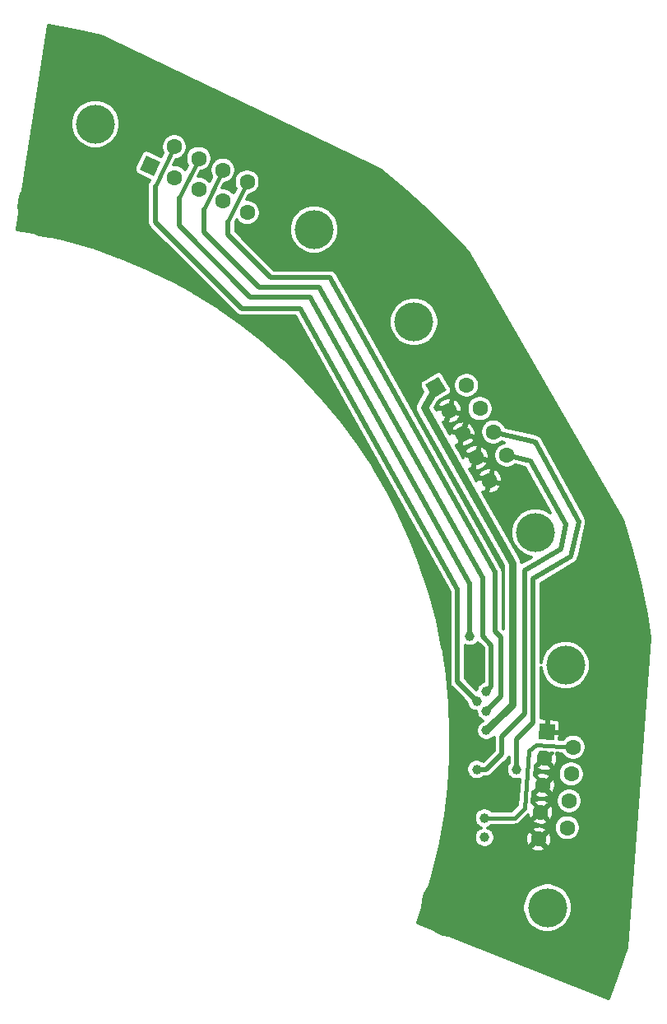
<source format=gbr>
%TF.GenerationSoftware,KiCad,Pcbnew,5.1.6*%
%TF.CreationDate,2020-07-16T12:24:58+02:00*%
%TF.ProjectId,Base-Interconnect,42617365-2d49-46e7-9465-72636f6e6e65,rev?*%
%TF.SameCoordinates,Original*%
%TF.FileFunction,Copper,L2,Bot*%
%TF.FilePolarity,Positive*%
%FSLAX46Y46*%
G04 Gerber Fmt 4.6, Leading zero omitted, Abs format (unit mm)*
G04 Created by KiCad (PCBNEW 5.1.6) date 2020-07-16 12:24:58*
%MOMM*%
%LPD*%
G01*
G04 APERTURE LIST*
%TA.AperFunction,ComponentPad*%
%ADD10C,0.800000*%
%TD*%
%TA.AperFunction,ComponentPad*%
%ADD11C,6.400000*%
%TD*%
%TA.AperFunction,ComponentPad*%
%ADD12C,4.000000*%
%TD*%
%TA.AperFunction,ComponentPad*%
%ADD13C,1.600000*%
%TD*%
%TA.AperFunction,ComponentPad*%
%ADD14C,0.100000*%
%TD*%
%TA.AperFunction,ViaPad*%
%ADD15C,1.000000*%
%TD*%
%TA.AperFunction,Conductor*%
%ADD16C,0.400000*%
%TD*%
%TA.AperFunction,Conductor*%
%ADD17C,0.500000*%
%TD*%
%TA.AperFunction,Conductor*%
%ADD18C,0.800000*%
%TD*%
%TA.AperFunction,Conductor*%
%ADD19C,0.300000*%
%TD*%
G04 APERTURE END LIST*
D10*
%TO.P,H4,1*%
%TO.N,/analog_gnd*%
X204984156Y-115521744D03*
X203287100Y-114818800D03*
X201590044Y-115521744D03*
X200887100Y-117218800D03*
X201590044Y-118915856D03*
X203287100Y-119618800D03*
X204984156Y-118915856D03*
X205687100Y-117218800D03*
D11*
X203287100Y-117218800D03*
%TD*%
D10*
%TO.P,H3,1*%
%TO.N,/analog_gnd*%
X220250856Y-82682844D03*
X218553800Y-81979900D03*
X216856744Y-82682844D03*
X216153800Y-84379900D03*
X216856744Y-86076956D03*
X218553800Y-86779900D03*
X220250856Y-86076956D03*
X220953800Y-84379900D03*
D11*
X218553800Y-84379900D03*
%TD*%
D10*
%TO.P,H2,1*%
%TO.N,/analog_gnd*%
X199501356Y-46743644D03*
X197804300Y-46040700D03*
X196107244Y-46743644D03*
X195404300Y-48440700D03*
X196107244Y-50137756D03*
X197804300Y-50840700D03*
X199501356Y-50137756D03*
X200204300Y-48440700D03*
D11*
X197804300Y-48440700D03*
%TD*%
D12*
%TO.P,J3,0*%
%TO.N,Net-(J3-Pad0)*%
X214947293Y-92384639D03*
X213072825Y-117314267D03*
D13*
%TO.P,J3,9*%
%TO.N,/piezo_y-*%
X215114525Y-109099227D03*
%TO.P,J3,8*%
%TO.N,/piezo_y+*%
X215322216Y-106337024D03*
%TO.P,J3,7*%
%TO.N,/piezo_x-*%
X215529907Y-103574822D03*
%TO.P,J3,6*%
%TO.N,/piezo_x+*%
X215737598Y-100812619D03*
%TO.P,J3,5*%
%TO.N,/analog_gnd*%
X212178674Y-110267389D03*
%TO.P,J3,4*%
X212386365Y-107505186D03*
%TO.P,J3,3*%
X212594056Y-104742983D03*
%TO.P,J3,2*%
X212801747Y-101980781D03*
%TA.AperFunction,ComponentPad*%
D14*
%TO.P,J3,1*%
G36*
X213747203Y-100076309D02*
G01*
X212151707Y-99956343D01*
X212271673Y-98360847D01*
X213867169Y-98480813D01*
X213747203Y-100076309D01*
G37*
%TD.AperFunction*%
%TD*%
D12*
%TO.P,J2,0*%
%TO.N,Net-(J2-Pad0)*%
X199343189Y-57077982D03*
X211843189Y-78728618D03*
D13*
%TO.P,J2,9*%
%TO.N,/tunnel_signal*%
X208900445Y-70791636D03*
%TO.P,J2,8*%
%TO.N,/tunnel_gnd*%
X207515445Y-68392745D03*
%TO.P,J2,7*%
%TO.N,/bias*%
X206130445Y-65993855D03*
%TO.P,J2,6*%
%TO.N,/analog_+15V*%
X204745445Y-63594964D03*
%TO.P,J2,5*%
%TO.N,/analog_gnd*%
X207133433Y-73411081D03*
%TO.P,J2,4*%
X205748433Y-71012190D03*
%TO.P,J2,3*%
X204363433Y-68613300D03*
%TO.P,J2,2*%
X202978433Y-66214410D03*
%TA.AperFunction,ComponentPad*%
D14*
%TO.P,J2,1*%
%TO.N,/analog_-15V*%
G36*
X202686253Y-64108339D02*
G01*
X201300613Y-64908339D01*
X200500613Y-63522699D01*
X201886253Y-62722699D01*
X202686253Y-64108339D01*
G37*
%TD.AperFunction*%
%TD*%
D12*
%TO.P,J1,0*%
%TO.N,Net-(J1-Pad0)*%
X166541813Y-36720241D03*
X189068738Y-47561718D03*
D13*
%TO.P,J1,9*%
%TO.N,/stepper_B-*%
X182165046Y-42663303D03*
%TO.P,J1,8*%
%TO.N,/stepper_B+*%
X179669063Y-41462068D03*
%TO.P,J1,7*%
%TO.N,/stepper_A-*%
X177173080Y-40260832D03*
%TO.P,J1,6*%
%TO.N,/stepper_A+*%
X174677096Y-39059596D03*
%TO.P,J1,5*%
%TO.N,/stepper_shield*%
X182181446Y-45822980D03*
%TO.P,J1,4*%
X179685463Y-44621744D03*
%TO.P,J1,3*%
X177189480Y-43420509D03*
%TO.P,J1,2*%
X174693496Y-42219273D03*
%TA.AperFunction,ComponentPad*%
D14*
%TO.P,J1,1*%
G36*
X173265302Y-40644103D02*
G01*
X172571447Y-42085826D01*
X171129724Y-41391971D01*
X171823579Y-39950248D01*
X173265302Y-40644103D01*
G37*
%TD.AperFunction*%
%TD*%
D10*
%TO.P,H1,1*%
%TO.N,/analog_gnd*%
X163428656Y-43545544D03*
X161731600Y-42842600D03*
X160034544Y-43545544D03*
X159331600Y-45242600D03*
X160034544Y-46939656D03*
X161731600Y-47642600D03*
X163428656Y-46939656D03*
X164131600Y-45242600D03*
D11*
X161731600Y-45242600D03*
%TD*%
D15*
%TO.N,/piezo_y+*%
X206600000Y-110100000D03*
%TO.N,/piezo_x+*%
X206600000Y-108100000D03*
%TO.N,/tunnel_signal*%
X205800000Y-103100000D03*
%TO.N,/tunnel_gnd*%
X209900000Y-103100000D03*
%TO.N,/analog_gnd*%
X205800000Y-98100000D03*
X206300000Y-105600000D03*
X206300000Y-101100000D03*
X206100000Y-90800000D03*
X206100000Y-93100000D03*
X202100000Y-85600000D03*
X190800000Y-64400000D03*
X186200000Y-58500000D03*
X174000000Y-51200000D03*
X168600000Y-46600000D03*
X161900000Y-38500000D03*
X164200000Y-29800000D03*
X173500000Y-34000000D03*
X187800000Y-41100000D03*
X206600000Y-58200000D03*
X220900000Y-97000000D03*
X219700000Y-113400000D03*
X216900000Y-122500000D03*
X211900000Y-75300000D03*
%TO.N,/analog_-15V*%
X206800000Y-99100000D03*
%TO.N,/stepper_B-*%
X206800000Y-97100000D03*
%TO.N,/stepper_B+*%
X206800000Y-95100000D03*
%TO.N,/stepper_A-*%
X205100000Y-89400000D03*
%TO.N,/stepper_A+*%
X205800000Y-96100000D03*
%TD*%
D16*
%TO.N,/piezo_x+*%
X215737598Y-100812619D02*
X211900000Y-100600000D01*
X211900000Y-100600000D02*
X211200000Y-101200000D01*
X211200000Y-101200000D02*
X210700000Y-107100000D01*
X210700000Y-107100000D02*
X209700000Y-108100000D01*
X209700000Y-108100000D02*
X206600000Y-108100000D01*
D17*
%TO.N,/tunnel_signal*%
X206800000Y-103100000D02*
X205800000Y-103100000D01*
X208400000Y-101500000D02*
X206800000Y-103100000D01*
X208400000Y-99700000D02*
X208400000Y-101500000D01*
X210700000Y-97400000D02*
X208400000Y-99700000D01*
X210700000Y-82600000D02*
X210700000Y-97400000D01*
X215000000Y-77900000D02*
X214500000Y-80400000D01*
X214500000Y-80400000D02*
X210700000Y-82600000D01*
X211300000Y-71400000D02*
X215000000Y-77900000D01*
X208900445Y-70791636D02*
X211300000Y-71400000D01*
%TO.N,/tunnel_gnd*%
X209900000Y-100000000D02*
X209900000Y-103100000D01*
X211600000Y-98300000D02*
X209900000Y-100000000D01*
X211600000Y-83500000D02*
X211600000Y-98300000D01*
X215500000Y-81200000D02*
X211600000Y-83500000D01*
X216300000Y-77600000D02*
X215500000Y-81200000D01*
X211800000Y-69400000D02*
X216300000Y-77600000D01*
X207515445Y-68392745D02*
X211800000Y-69400000D01*
D18*
%TO.N,/analog_-15V*%
X200400000Y-65900000D02*
X201593433Y-63815519D01*
X209500000Y-81900000D02*
X200400000Y-65900000D01*
X209500000Y-96400000D02*
X209500000Y-81900000D01*
X206800000Y-99100000D02*
X209500000Y-96400000D01*
D16*
%TO.N,/stepper_B-*%
X182165046Y-42663303D02*
X180200000Y-46700000D01*
D17*
X180200000Y-48100000D02*
X180200000Y-46700000D01*
X184600000Y-52500000D02*
X180200000Y-48100000D01*
X190700000Y-52500000D02*
X184600000Y-52500000D01*
X207700000Y-88900000D02*
X207700000Y-82800000D01*
X208300000Y-89500000D02*
X207700000Y-88900000D01*
X207700000Y-82800000D02*
X190700000Y-52500000D01*
X208300000Y-95600000D02*
X208300000Y-89500000D01*
X206800000Y-97100000D02*
X208300000Y-95600000D01*
D16*
%TO.N,/stepper_B+*%
X179669063Y-41462068D02*
X177700000Y-45500000D01*
D17*
X206400000Y-83400000D02*
X189600000Y-53500000D01*
X183400000Y-53500000D02*
X177700000Y-47800000D01*
X189600000Y-53500000D02*
X183400000Y-53500000D01*
X206400000Y-89400000D02*
X206400000Y-83400000D01*
X177700000Y-47800000D02*
X177700000Y-45500000D01*
X207300000Y-90300000D02*
X206400000Y-89400000D01*
X207300000Y-94600000D02*
X207300000Y-90300000D01*
X206800000Y-95100000D02*
X207300000Y-94600000D01*
D16*
%TO.N,/stepper_A-*%
X177173080Y-40260832D02*
X175200000Y-44300000D01*
D17*
X175200000Y-44300000D02*
X175200000Y-47200000D01*
X175200000Y-47200000D02*
X182500000Y-54500000D01*
X182500000Y-54500000D02*
X188600000Y-54500000D01*
X188600000Y-54500000D02*
X205100000Y-84000000D01*
X205100000Y-84000000D02*
X205100000Y-89400000D01*
D16*
%TO.N,/stepper_A+*%
X174677096Y-39059596D02*
X172700000Y-43100000D01*
D17*
X172700000Y-46800000D02*
X172700000Y-43100000D01*
X181600000Y-55700000D02*
X172700000Y-46800000D01*
X187600000Y-55700000D02*
X181600000Y-55700000D01*
X203800000Y-84600000D02*
X187600000Y-55700000D01*
X203800000Y-94100000D02*
X203800000Y-84600000D01*
X205800000Y-96100000D02*
X203800000Y-94100000D01*
%TD*%
D19*
%TO.N,/analog_gnd*%
G36*
X164383540Y-27054708D02*
G01*
X167109547Y-27646769D01*
X195804822Y-41437158D01*
X198367470Y-43533337D01*
X200879190Y-45785572D01*
X203287553Y-48150799D01*
X204931598Y-49897389D01*
X220852222Y-77468716D01*
X221786390Y-80644941D01*
X222590497Y-83921318D01*
X223245529Y-87232723D01*
X223618227Y-89602096D01*
X221197970Y-121413488D01*
X220175091Y-124563331D01*
X219407392Y-126628644D01*
X199689085Y-118865071D01*
X200318687Y-117063114D01*
X210522825Y-117063114D01*
X210522825Y-117565420D01*
X210620820Y-118058074D01*
X210813045Y-118522145D01*
X211092111Y-118939797D01*
X211447295Y-119294981D01*
X211864947Y-119574047D01*
X212329018Y-119766272D01*
X212821672Y-119864267D01*
X213323978Y-119864267D01*
X213816632Y-119766272D01*
X214280703Y-119574047D01*
X214698355Y-119294981D01*
X215053539Y-118939797D01*
X215332605Y-118522145D01*
X215524830Y-118058074D01*
X215622825Y-117565420D01*
X215622825Y-117063114D01*
X215524830Y-116570460D01*
X215332605Y-116106389D01*
X215053539Y-115688737D01*
X214698355Y-115333553D01*
X214280703Y-115054487D01*
X213816632Y-114862262D01*
X213323978Y-114764267D01*
X212821672Y-114764267D01*
X212329018Y-114862262D01*
X211864947Y-115054487D01*
X211447295Y-115333553D01*
X211092111Y-115688737D01*
X210813045Y-116106389D01*
X210620820Y-116570460D01*
X210522825Y-117063114D01*
X200318687Y-117063114D01*
X200625731Y-116184340D01*
X200630757Y-116168599D01*
X200635792Y-116153020D01*
X200636427Y-116150842D01*
X201426879Y-113422878D01*
X201431047Y-113406890D01*
X201435232Y-113391060D01*
X201435749Y-113388851D01*
X202077518Y-110622131D01*
X202080830Y-110605866D01*
X202084137Y-110589908D01*
X202084534Y-110587674D01*
X202575744Y-107790297D01*
X202578187Y-107773775D01*
X202580611Y-107757763D01*
X202580881Y-107755550D01*
X202580887Y-107755511D01*
X202580890Y-107755474D01*
X202920097Y-104935664D01*
X202921611Y-104919372D01*
X202923199Y-104902914D01*
X202923351Y-104900651D01*
X203109573Y-102066584D01*
X203110213Y-102050000D01*
X203110899Y-102033715D01*
X203110929Y-102031446D01*
X203143615Y-99191458D01*
X203143358Y-99174934D01*
X203143161Y-99158564D01*
X203143070Y-99156336D01*
X203143069Y-99156298D01*
X203143067Y-99156263D01*
X203022123Y-96318698D01*
X203020981Y-96302327D01*
X203019891Y-96285877D01*
X203019676Y-96283618D01*
X202745453Y-93456711D01*
X202743405Y-93440247D01*
X202741449Y-93424059D01*
X202741113Y-93421815D01*
X202314417Y-90613875D01*
X202311488Y-90597580D01*
X202308653Y-90581488D01*
X202308195Y-90579265D01*
X201730272Y-87798508D01*
X201726486Y-87782481D01*
X201722766Y-87766480D01*
X201722198Y-87764323D01*
X201722189Y-87764286D01*
X201722179Y-87764252D01*
X200994732Y-85018851D01*
X200990115Y-85003153D01*
X200985505Y-84987276D01*
X200984810Y-84985116D01*
X200109947Y-82283039D01*
X200104453Y-82267518D01*
X200099025Y-82252009D01*
X200098214Y-82249890D01*
X199078507Y-79599078D01*
X199072192Y-79583899D01*
X199065924Y-79568685D01*
X199064999Y-79566612D01*
X197903432Y-76974824D01*
X197896288Y-76959975D01*
X197889223Y-76945155D01*
X197888188Y-76943136D01*
X196588159Y-74417957D01*
X196580170Y-74403418D01*
X196572366Y-74389100D01*
X196571234Y-74387157D01*
X196571224Y-74387139D01*
X196571214Y-74387123D01*
X195136539Y-71935959D01*
X195127775Y-71921875D01*
X195119209Y-71907999D01*
X195117973Y-71906121D01*
X195117962Y-71906103D01*
X195117950Y-71906086D01*
X193552819Y-69536096D01*
X193543331Y-69522540D01*
X193534002Y-69509113D01*
X193532655Y-69507288D01*
X191841635Y-67225390D01*
X191831476Y-67212430D01*
X191821386Y-67199464D01*
X191819942Y-67197715D01*
X190007995Y-65010604D01*
X189997191Y-64998259D01*
X189986374Y-64985811D01*
X189984837Y-64984142D01*
X188057265Y-62898220D01*
X188045688Y-62886353D01*
X188034335Y-62874633D01*
X188032710Y-62873049D01*
X185995155Y-60894420D01*
X185983026Y-60883263D01*
X185970983Y-60872107D01*
X185969275Y-60870614D01*
X183827699Y-59005069D01*
X183814961Y-58994566D01*
X183802355Y-58984096D01*
X183800569Y-58982697D01*
X181561240Y-57235697D01*
X181548009Y-57225939D01*
X181534799Y-57216125D01*
X181532940Y-57214825D01*
X179202413Y-55591481D01*
X179188602Y-55582405D01*
X179174953Y-55573368D01*
X179173043Y-55572181D01*
X179173026Y-55572170D01*
X179173009Y-55572160D01*
X176758120Y-54077233D01*
X176743812Y-54068903D01*
X176729720Y-54060632D01*
X176727731Y-54059540D01*
X174235515Y-52697386D01*
X174220707Y-52689805D01*
X174206259Y-52682345D01*
X174204230Y-52681370D01*
X174204215Y-52681362D01*
X174204200Y-52681356D01*
X171641981Y-51455977D01*
X171626861Y-51449242D01*
X171611955Y-51442540D01*
X171609860Y-51441669D01*
X168985110Y-50356640D01*
X168969640Y-50350729D01*
X168954401Y-50344846D01*
X168952274Y-50344095D01*
X168952262Y-50344090D01*
X168952250Y-50344086D01*
X166272674Y-49402592D01*
X166256733Y-49397471D01*
X166241372Y-49392477D01*
X166239207Y-49391840D01*
X166239196Y-49391837D01*
X166239186Y-49391834D01*
X163512614Y-48596626D01*
X163496651Y-48592436D01*
X163480811Y-48588218D01*
X163478603Y-48587698D01*
X160713006Y-47941101D01*
X160696848Y-47937781D01*
X160680795Y-47934425D01*
X160678569Y-47934025D01*
X160678562Y-47934024D01*
X160678556Y-47934023D01*
X158506580Y-47548723D01*
X159448691Y-41361120D01*
X170577925Y-41361120D01*
X170582509Y-41469364D01*
X170608122Y-41574633D01*
X170653780Y-41672883D01*
X170717728Y-41760337D01*
X170797509Y-41833636D01*
X170890057Y-41889961D01*
X172158432Y-42500389D01*
X172150948Y-42515682D01*
X172131579Y-42531578D01*
X172031608Y-42653394D01*
X171957322Y-42792372D01*
X171911577Y-42943173D01*
X171900001Y-43060707D01*
X171900000Y-46760709D01*
X171896130Y-46800000D01*
X171900000Y-46839291D01*
X171900000Y-46839292D01*
X171911576Y-46956826D01*
X171942061Y-47057321D01*
X171957321Y-47107627D01*
X172031607Y-47246606D01*
X172053732Y-47273565D01*
X172131578Y-47368422D01*
X172162103Y-47393473D01*
X181006527Y-56237897D01*
X181031578Y-56268422D01*
X181097965Y-56322904D01*
X181153393Y-56368393D01*
X181250592Y-56420347D01*
X181292372Y-56442679D01*
X181443173Y-56488424D01*
X181560707Y-56500000D01*
X181560709Y-56500000D01*
X181600000Y-56503870D01*
X181639291Y-56500000D01*
X187131328Y-56500000D01*
X203000001Y-84808931D01*
X203000000Y-94060709D01*
X202996130Y-94100000D01*
X203000000Y-94139291D01*
X203000000Y-94139292D01*
X203011576Y-94256826D01*
X203057321Y-94407627D01*
X203131607Y-94546606D01*
X203144322Y-94562099D01*
X203231578Y-94668422D01*
X203262103Y-94693473D01*
X204750000Y-96181371D01*
X204750000Y-96203416D01*
X204790350Y-96406274D01*
X204869502Y-96597362D01*
X204984411Y-96769336D01*
X205130664Y-96915589D01*
X205302638Y-97030498D01*
X205493726Y-97109650D01*
X205696584Y-97150000D01*
X205750000Y-97150000D01*
X205750000Y-97203416D01*
X205790350Y-97406274D01*
X205869502Y-97597362D01*
X205984411Y-97769336D01*
X206130664Y-97915589D01*
X206302638Y-98030498D01*
X206460578Y-98095920D01*
X206446647Y-98109851D01*
X206302638Y-98169502D01*
X206130664Y-98284411D01*
X205984411Y-98430664D01*
X205869502Y-98602638D01*
X205790350Y-98793726D01*
X205750000Y-98996584D01*
X205750000Y-99203416D01*
X205790350Y-99406274D01*
X205869502Y-99597362D01*
X205984411Y-99769336D01*
X206130664Y-99915589D01*
X206302638Y-100030498D01*
X206493726Y-100109650D01*
X206696584Y-100150000D01*
X206903416Y-100150000D01*
X207106274Y-100109650D01*
X207297362Y-100030498D01*
X207469336Y-99915589D01*
X207600000Y-99784925D01*
X207600001Y-101168629D01*
X206476778Y-102291853D01*
X206469336Y-102284411D01*
X206297362Y-102169502D01*
X206106274Y-102090350D01*
X205903416Y-102050000D01*
X205696584Y-102050000D01*
X205493726Y-102090350D01*
X205302638Y-102169502D01*
X205130664Y-102284411D01*
X204984411Y-102430664D01*
X204869502Y-102602638D01*
X204790350Y-102793726D01*
X204750000Y-102996584D01*
X204750000Y-103203416D01*
X204790350Y-103406274D01*
X204869502Y-103597362D01*
X204984411Y-103769336D01*
X205130664Y-103915589D01*
X205302638Y-104030498D01*
X205493726Y-104109650D01*
X205696584Y-104150000D01*
X205903416Y-104150000D01*
X206106274Y-104109650D01*
X206297362Y-104030498D01*
X206469336Y-103915589D01*
X206484925Y-103900000D01*
X206760709Y-103900000D01*
X206800000Y-103903870D01*
X206839291Y-103900000D01*
X206839293Y-103900000D01*
X206956827Y-103888424D01*
X207107628Y-103842679D01*
X207246606Y-103768393D01*
X207368422Y-103668422D01*
X207393473Y-103637897D01*
X208937897Y-102093473D01*
X208968422Y-102068422D01*
X209056410Y-101961208D01*
X209068393Y-101946607D01*
X209100001Y-101887473D01*
X209100001Y-102415074D01*
X209084411Y-102430664D01*
X208969502Y-102602638D01*
X208890350Y-102793726D01*
X208850000Y-102996584D01*
X208850000Y-103203416D01*
X208890350Y-103406274D01*
X208969502Y-103597362D01*
X209084411Y-103769336D01*
X209230664Y-103915589D01*
X209402638Y-104030498D01*
X209593726Y-104109650D01*
X209796584Y-104150000D01*
X210003416Y-104150000D01*
X210200637Y-104110771D01*
X209975828Y-106763512D01*
X209389341Y-107350000D01*
X207334925Y-107350000D01*
X207269336Y-107284411D01*
X207097362Y-107169502D01*
X206906274Y-107090350D01*
X206703416Y-107050000D01*
X206496584Y-107050000D01*
X206293726Y-107090350D01*
X206102638Y-107169502D01*
X205930664Y-107284411D01*
X205784411Y-107430664D01*
X205669502Y-107602638D01*
X205590350Y-107793726D01*
X205550000Y-107996584D01*
X205550000Y-108203416D01*
X205590350Y-108406274D01*
X205669502Y-108597362D01*
X205784411Y-108769336D01*
X205930664Y-108915589D01*
X206102638Y-109030498D01*
X206270429Y-109100000D01*
X206102638Y-109169502D01*
X205930664Y-109284411D01*
X205784411Y-109430664D01*
X205669502Y-109602638D01*
X205590350Y-109793726D01*
X205550000Y-109996584D01*
X205550000Y-110203416D01*
X205590350Y-110406274D01*
X205669502Y-110597362D01*
X205784411Y-110769336D01*
X205930664Y-110915589D01*
X206102638Y-111030498D01*
X206293726Y-111109650D01*
X206496584Y-111150000D01*
X206703416Y-111150000D01*
X206776555Y-111135452D01*
X211322809Y-111135452D01*
X211379937Y-111363837D01*
X211609191Y-111498595D01*
X211860330Y-111586039D01*
X212123702Y-111622807D01*
X212389187Y-111607488D01*
X212646583Y-111540669D01*
X212804472Y-111470949D01*
X212895110Y-111253674D01*
X212168070Y-110408412D01*
X211322809Y-111135452D01*
X206776555Y-111135452D01*
X206906274Y-111109650D01*
X207097362Y-111030498D01*
X207269336Y-110915589D01*
X207415589Y-110769336D01*
X207530498Y-110597362D01*
X207609650Y-110406274D01*
X207648209Y-110212417D01*
X210823256Y-110212417D01*
X210838575Y-110477902D01*
X210905394Y-110735298D01*
X210975114Y-110893187D01*
X211192389Y-110983825D01*
X212012994Y-110277993D01*
X212319697Y-110277993D01*
X213046737Y-111123254D01*
X213275122Y-111066126D01*
X213409880Y-110836872D01*
X213497324Y-110585733D01*
X213534092Y-110322361D01*
X213518773Y-110056876D01*
X213451954Y-109799480D01*
X213382234Y-109641591D01*
X213164959Y-109550953D01*
X212319697Y-110277993D01*
X212012994Y-110277993D01*
X212037651Y-110256785D01*
X211310611Y-109411524D01*
X211082226Y-109468652D01*
X210947468Y-109697906D01*
X210860024Y-109949045D01*
X210823256Y-110212417D01*
X207648209Y-110212417D01*
X207650000Y-110203416D01*
X207650000Y-109996584D01*
X207609650Y-109793726D01*
X207530498Y-109602638D01*
X207415589Y-109430664D01*
X207269336Y-109284411D01*
X207264387Y-109281104D01*
X211462238Y-109281104D01*
X212189278Y-110126366D01*
X213034539Y-109399326D01*
X212977411Y-109170941D01*
X212748157Y-109036183D01*
X212547350Y-108966264D01*
X213764525Y-108966264D01*
X213764525Y-109232190D01*
X213816405Y-109493007D01*
X213918171Y-109738692D01*
X214065912Y-109959802D01*
X214253950Y-110147840D01*
X214475060Y-110295581D01*
X214720745Y-110397347D01*
X214981562Y-110449227D01*
X215247488Y-110449227D01*
X215508305Y-110397347D01*
X215753990Y-110295581D01*
X215975100Y-110147840D01*
X216163138Y-109959802D01*
X216310879Y-109738692D01*
X216412645Y-109493007D01*
X216464525Y-109232190D01*
X216464525Y-108966264D01*
X216412645Y-108705447D01*
X216310879Y-108459762D01*
X216163138Y-108238652D01*
X215975100Y-108050614D01*
X215753990Y-107902873D01*
X215508305Y-107801107D01*
X215247488Y-107749227D01*
X214981562Y-107749227D01*
X214720745Y-107801107D01*
X214475060Y-107902873D01*
X214253950Y-108050614D01*
X214065912Y-108238652D01*
X213918171Y-108459762D01*
X213816405Y-108705447D01*
X213764525Y-108966264D01*
X212547350Y-108966264D01*
X212497018Y-108948739D01*
X212233646Y-108911971D01*
X211968161Y-108927290D01*
X211710765Y-108994109D01*
X211552876Y-109063829D01*
X211462238Y-109281104D01*
X207264387Y-109281104D01*
X207097362Y-109169502D01*
X206929571Y-109100000D01*
X207097362Y-109030498D01*
X207269336Y-108915589D01*
X207334925Y-108850000D01*
X209663173Y-108850000D01*
X209700000Y-108853627D01*
X209736827Y-108850000D01*
X209736835Y-108850000D01*
X209847026Y-108839147D01*
X209988401Y-108796261D01*
X210118693Y-108726619D01*
X210232895Y-108632895D01*
X210256378Y-108604281D01*
X210487410Y-108373249D01*
X211530500Y-108373249D01*
X211587628Y-108601634D01*
X211816882Y-108736392D01*
X212068021Y-108823836D01*
X212331393Y-108860604D01*
X212596878Y-108845285D01*
X212854274Y-108778466D01*
X213012163Y-108708746D01*
X213102801Y-108491471D01*
X212375761Y-107646209D01*
X211530500Y-108373249D01*
X210487410Y-108373249D01*
X211066606Y-107794053D01*
X211113085Y-107973095D01*
X211182805Y-108130984D01*
X211400080Y-108221622D01*
X212220685Y-107515790D01*
X212527388Y-107515790D01*
X213254428Y-108361051D01*
X213482813Y-108303923D01*
X213617571Y-108074669D01*
X213705015Y-107823530D01*
X213741783Y-107560158D01*
X213726464Y-107294673D01*
X213659645Y-107037277D01*
X213589925Y-106879388D01*
X213372650Y-106788750D01*
X212527388Y-107515790D01*
X212220685Y-107515790D01*
X212245342Y-107494582D01*
X212236982Y-107484863D01*
X212372224Y-107349621D01*
X211541504Y-106518901D01*
X211669929Y-106518901D01*
X212396969Y-107364163D01*
X213242230Y-106637123D01*
X213185102Y-106408738D01*
X212955848Y-106273980D01*
X212755041Y-106204061D01*
X213972216Y-106204061D01*
X213972216Y-106469987D01*
X214024096Y-106730804D01*
X214125862Y-106976489D01*
X214273603Y-107197599D01*
X214461641Y-107385637D01*
X214682751Y-107533378D01*
X214928436Y-107635144D01*
X215189253Y-107687024D01*
X215455179Y-107687024D01*
X215715996Y-107635144D01*
X215961681Y-107533378D01*
X216182791Y-107385637D01*
X216370829Y-107197599D01*
X216518570Y-106976489D01*
X216620336Y-106730804D01*
X216672216Y-106469987D01*
X216672216Y-106204061D01*
X216620336Y-105943244D01*
X216518570Y-105697559D01*
X216370829Y-105476449D01*
X216182791Y-105288411D01*
X215961681Y-105140670D01*
X215715996Y-105038904D01*
X215455179Y-104987024D01*
X215189253Y-104987024D01*
X214928436Y-105038904D01*
X214682751Y-105140670D01*
X214461641Y-105288411D01*
X214273603Y-105476449D01*
X214125862Y-105697559D01*
X214024096Y-105943244D01*
X213972216Y-106204061D01*
X212755041Y-106204061D01*
X212704709Y-106186536D01*
X212441337Y-106149768D01*
X212175852Y-106165087D01*
X211918456Y-106231906D01*
X211760567Y-106301626D01*
X211669929Y-106518901D01*
X211541504Y-106518901D01*
X211505025Y-106482422D01*
X211578870Y-105611046D01*
X211738191Y-105611046D01*
X211795319Y-105839431D01*
X212024573Y-105974189D01*
X212275712Y-106061633D01*
X212539084Y-106098401D01*
X212804569Y-106083082D01*
X213061965Y-106016263D01*
X213219854Y-105946543D01*
X213310492Y-105729268D01*
X212583452Y-104884006D01*
X211738191Y-105611046D01*
X211578870Y-105611046D01*
X211592268Y-105452952D01*
X211607771Y-105459419D01*
X212428376Y-104753587D01*
X212735079Y-104753587D01*
X213462119Y-105598848D01*
X213690504Y-105541720D01*
X213825262Y-105312466D01*
X213912706Y-105061327D01*
X213949474Y-104797955D01*
X213934155Y-104532470D01*
X213867336Y-104275074D01*
X213797616Y-104117185D01*
X213580341Y-104026547D01*
X212735079Y-104753587D01*
X212428376Y-104753587D01*
X212453033Y-104732379D01*
X212444673Y-104722660D01*
X212579915Y-104587418D01*
X211749195Y-103756698D01*
X211877620Y-103756698D01*
X212604660Y-104601960D01*
X213449921Y-103874920D01*
X213392793Y-103646535D01*
X213163539Y-103511777D01*
X212962735Y-103441859D01*
X214179907Y-103441859D01*
X214179907Y-103707785D01*
X214231787Y-103968602D01*
X214333553Y-104214287D01*
X214481294Y-104435397D01*
X214669332Y-104623435D01*
X214890442Y-104771176D01*
X215136127Y-104872942D01*
X215396944Y-104924822D01*
X215662870Y-104924822D01*
X215923687Y-104872942D01*
X216169372Y-104771176D01*
X216390482Y-104623435D01*
X216578520Y-104435397D01*
X216726261Y-104214287D01*
X216828027Y-103968602D01*
X216879907Y-103707785D01*
X216879907Y-103441859D01*
X216828027Y-103181042D01*
X216726261Y-102935357D01*
X216578520Y-102714247D01*
X216390482Y-102526209D01*
X216169372Y-102378468D01*
X215923687Y-102276702D01*
X215662870Y-102224822D01*
X215396944Y-102224822D01*
X215136127Y-102276702D01*
X214890442Y-102378468D01*
X214669332Y-102526209D01*
X214481294Y-102714247D01*
X214333553Y-102935357D01*
X214231787Y-103181042D01*
X214179907Y-103441859D01*
X212962735Y-103441859D01*
X212912400Y-103424333D01*
X212649028Y-103387565D01*
X212383543Y-103402884D01*
X212126147Y-103469703D01*
X211968258Y-103539423D01*
X211877620Y-103756698D01*
X211749195Y-103756698D01*
X211737048Y-103744551D01*
X211812955Y-102848844D01*
X211945882Y-102848844D01*
X212003010Y-103077229D01*
X212232264Y-103211987D01*
X212483403Y-103299431D01*
X212746775Y-103336199D01*
X213012260Y-103320880D01*
X213269656Y-103254061D01*
X213427545Y-103184341D01*
X213518183Y-102967066D01*
X212791143Y-102121804D01*
X211945882Y-102848844D01*
X211812955Y-102848844D01*
X211826618Y-102687621D01*
X212660724Y-101970177D01*
X212652364Y-101960458D01*
X212787606Y-101825216D01*
X212337795Y-101375405D01*
X212416705Y-101379777D01*
X212812351Y-101839758D01*
X212822070Y-101831398D01*
X212957312Y-101966640D01*
X213484988Y-101438964D01*
X213578965Y-101444171D01*
X212942770Y-101991385D01*
X213669810Y-102836646D01*
X213898195Y-102779518D01*
X214032953Y-102550264D01*
X214120397Y-102299125D01*
X214157165Y-102035753D01*
X214141846Y-101770268D01*
X214075027Y-101512872D01*
X214056370Y-101470622D01*
X214572747Y-101499231D01*
X214688985Y-101673194D01*
X214877023Y-101861232D01*
X215098133Y-102008973D01*
X215343818Y-102110739D01*
X215604635Y-102162619D01*
X215870561Y-102162619D01*
X216131378Y-102110739D01*
X216377063Y-102008973D01*
X216598173Y-101861232D01*
X216786211Y-101673194D01*
X216933952Y-101452084D01*
X217035718Y-101206399D01*
X217087598Y-100945582D01*
X217087598Y-100679656D01*
X217035718Y-100418839D01*
X216933952Y-100173154D01*
X216786211Y-99952044D01*
X216598173Y-99764006D01*
X216377063Y-99616265D01*
X216131378Y-99514499D01*
X215870561Y-99462619D01*
X215604635Y-99462619D01*
X215343818Y-99514499D01*
X215098133Y-99616265D01*
X214877023Y-99764006D01*
X214688985Y-99952044D01*
X214655913Y-100001540D01*
X214307851Y-99982255D01*
X214337830Y-99556631D01*
X214211027Y-99409208D01*
X213101659Y-99325794D01*
X213100159Y-99345738D01*
X212900722Y-99330742D01*
X212902222Y-99310799D01*
X212882278Y-99309299D01*
X212896033Y-99126357D01*
X213116654Y-99126357D01*
X214226023Y-99209771D01*
X214373445Y-99082968D01*
X214418274Y-98522251D01*
X214415769Y-98413939D01*
X214392181Y-98308198D01*
X214348418Y-98209089D01*
X214286160Y-98120424D01*
X214207801Y-98045607D01*
X214116351Y-97987516D01*
X214015326Y-97948381D01*
X213908607Y-97929708D01*
X213347491Y-97890186D01*
X213200068Y-98016989D01*
X213116654Y-99126357D01*
X212896033Y-99126357D01*
X212897274Y-99109862D01*
X212917217Y-99111362D01*
X213000631Y-98001993D01*
X212873828Y-97854571D01*
X212400000Y-97816689D01*
X212400000Y-92649401D01*
X212495288Y-93128446D01*
X212687513Y-93592517D01*
X212966579Y-94010169D01*
X213321763Y-94365353D01*
X213739415Y-94644419D01*
X214203486Y-94836644D01*
X214696140Y-94934639D01*
X215198446Y-94934639D01*
X215691100Y-94836644D01*
X216155171Y-94644419D01*
X216572823Y-94365353D01*
X216928007Y-94010169D01*
X217207073Y-93592517D01*
X217399298Y-93128446D01*
X217497293Y-92635792D01*
X217497293Y-92133486D01*
X217399298Y-91640832D01*
X217207073Y-91176761D01*
X216928007Y-90759109D01*
X216572823Y-90403925D01*
X216155171Y-90124859D01*
X215691100Y-89932634D01*
X215198446Y-89834639D01*
X214696140Y-89834639D01*
X214203486Y-89932634D01*
X213739415Y-90124859D01*
X213321763Y-90403925D01*
X212966579Y-90759109D01*
X212687513Y-91176761D01*
X212495288Y-91640832D01*
X212400000Y-92119877D01*
X212400000Y-83956962D01*
X215884254Y-81902147D01*
X215931578Y-81878194D01*
X215982892Y-81837963D01*
X216035593Y-81799456D01*
X216044847Y-81789391D01*
X216055594Y-81780965D01*
X216098076Y-81731495D01*
X216142250Y-81683448D01*
X216149360Y-81671775D01*
X216158259Y-81661412D01*
X216190279Y-81604595D01*
X216224225Y-81548862D01*
X216228921Y-81536026D01*
X216235628Y-81524125D01*
X216255946Y-81462159D01*
X216278369Y-81400870D01*
X216286529Y-81348434D01*
X217066775Y-77837328D01*
X217071783Y-77824850D01*
X217083838Y-77760544D01*
X217089473Y-77735187D01*
X217091081Y-77721910D01*
X217100819Y-77669962D01*
X217100531Y-77643857D01*
X217103669Y-77617941D01*
X217099664Y-77565243D01*
X217099081Y-77512386D01*
X217093705Y-77486836D01*
X217091727Y-77460808D01*
X217077518Y-77409904D01*
X217066634Y-77358176D01*
X217056377Y-77334166D01*
X217049359Y-77309024D01*
X217025493Y-77261872D01*
X217020237Y-77249568D01*
X217007734Y-77226785D01*
X216978194Y-77168422D01*
X216969900Y-77157843D01*
X212510098Y-69031095D01*
X212483420Y-68976746D01*
X212448348Y-68930868D01*
X212415736Y-68883206D01*
X212400582Y-68868383D01*
X212387715Y-68851551D01*
X212344372Y-68813400D01*
X212303083Y-68773012D01*
X212285335Y-68761435D01*
X212269426Y-68747431D01*
X212219449Y-68718455D01*
X212171096Y-68686913D01*
X212151437Y-68679023D01*
X212133096Y-68668389D01*
X212078425Y-68649719D01*
X212024850Y-68628217D01*
X211965375Y-68617067D01*
X208757187Y-67862856D01*
X208711799Y-67753280D01*
X208564058Y-67532170D01*
X208376020Y-67344132D01*
X208154910Y-67196391D01*
X207909225Y-67094625D01*
X207648408Y-67042745D01*
X207382482Y-67042745D01*
X207121665Y-67094625D01*
X206875980Y-67196391D01*
X206654870Y-67344132D01*
X206466832Y-67532170D01*
X206319091Y-67753280D01*
X206217325Y-67998965D01*
X206165445Y-68259782D01*
X206165445Y-68525708D01*
X206217325Y-68786525D01*
X206319091Y-69032210D01*
X206466832Y-69253320D01*
X206654870Y-69441358D01*
X206875980Y-69589099D01*
X207121665Y-69690865D01*
X207382482Y-69742745D01*
X207648408Y-69742745D01*
X207909225Y-69690865D01*
X208154910Y-69589099D01*
X208376020Y-69441358D01*
X208395850Y-69421528D01*
X208612509Y-69472462D01*
X208506665Y-69493516D01*
X208260980Y-69595282D01*
X208039870Y-69743023D01*
X207851832Y-69931061D01*
X207704091Y-70152171D01*
X207602325Y-70397856D01*
X207550445Y-70658673D01*
X207550445Y-70924599D01*
X207602325Y-71185416D01*
X207704091Y-71431101D01*
X207851832Y-71652211D01*
X208039870Y-71840249D01*
X208260980Y-71987990D01*
X208506665Y-72089756D01*
X208767482Y-72141636D01*
X209033408Y-72141636D01*
X209294225Y-72089756D01*
X209539910Y-71987990D01*
X209761020Y-71840249D01*
X209765104Y-71836165D01*
X210773243Y-72091761D01*
X213396005Y-76699318D01*
X213051067Y-76468838D01*
X212586996Y-76276613D01*
X212094342Y-76178618D01*
X211592036Y-76178618D01*
X211099382Y-76276613D01*
X210635311Y-76468838D01*
X210217659Y-76747904D01*
X209862475Y-77103088D01*
X209583409Y-77520740D01*
X209391184Y-77984811D01*
X209293189Y-78477465D01*
X209293189Y-78979771D01*
X209391184Y-79472425D01*
X209583409Y-79936496D01*
X209862475Y-80354148D01*
X210217659Y-80709332D01*
X210635311Y-80988398D01*
X211099382Y-81180623D01*
X211438462Y-81248070D01*
X210448261Y-81821344D01*
X210447216Y-81781529D01*
X210439625Y-81747991D01*
X210436254Y-81713768D01*
X210419013Y-81656933D01*
X210405903Y-81599013D01*
X210391915Y-81567601D01*
X210381932Y-81534692D01*
X210353935Y-81482312D01*
X210348852Y-81470899D01*
X210331942Y-81441167D01*
X210293718Y-81369655D01*
X210285742Y-81359936D01*
X206446993Y-74610488D01*
X206915580Y-74610488D01*
X207091475Y-74766964D01*
X207356801Y-74749097D01*
X207613543Y-74679811D01*
X207851834Y-74561768D01*
X208062518Y-74399505D01*
X208237498Y-74199257D01*
X208328641Y-74052686D01*
X208281077Y-73822119D01*
X207204144Y-73533555D01*
X206915580Y-74610488D01*
X206446993Y-74610488D01*
X206418764Y-74560855D01*
X206491828Y-74606289D01*
X206722395Y-74558725D01*
X206940247Y-73745691D01*
X207119292Y-73566646D01*
X206977868Y-73425222D01*
X206940246Y-73462844D01*
X206483168Y-73340370D01*
X207255907Y-73340370D01*
X208332840Y-73628934D01*
X208489316Y-73453039D01*
X208471449Y-73187713D01*
X208402163Y-72930971D01*
X208284120Y-72692680D01*
X208121857Y-72481996D01*
X207921609Y-72307016D01*
X207775038Y-72215873D01*
X207544471Y-72263437D01*
X207255907Y-73340370D01*
X206483168Y-73340370D01*
X205934026Y-73193228D01*
X205777550Y-73369123D01*
X205782463Y-73442085D01*
X205399918Y-72769476D01*
X205938225Y-72769476D01*
X205985789Y-73000043D01*
X207062722Y-73288607D01*
X207351286Y-72211674D01*
X207175391Y-72055198D01*
X206910065Y-72073065D01*
X206653323Y-72142351D01*
X206415032Y-72260394D01*
X206204348Y-72422657D01*
X206029368Y-72622905D01*
X205938225Y-72769476D01*
X205399918Y-72769476D01*
X205082624Y-72211597D01*
X205530580Y-72211597D01*
X205706475Y-72368073D01*
X205971801Y-72350206D01*
X206228543Y-72280920D01*
X206466834Y-72162877D01*
X206677518Y-72000614D01*
X206852498Y-71800366D01*
X206943641Y-71653795D01*
X206896077Y-71423228D01*
X205819144Y-71134664D01*
X205530580Y-72211597D01*
X205082624Y-72211597D01*
X205065684Y-72181813D01*
X205106828Y-72207398D01*
X205337395Y-72159834D01*
X205555247Y-71346800D01*
X205734292Y-71167755D01*
X205592868Y-71026331D01*
X205555246Y-71063953D01*
X205098168Y-70941479D01*
X205870907Y-70941479D01*
X206947840Y-71230043D01*
X207104316Y-71054148D01*
X207086449Y-70788822D01*
X207017163Y-70532080D01*
X206899120Y-70293789D01*
X206736857Y-70083105D01*
X206536609Y-69908125D01*
X206390038Y-69816982D01*
X206159471Y-69864546D01*
X205870907Y-70941479D01*
X205098168Y-70941479D01*
X204549026Y-70794337D01*
X204392550Y-70970232D01*
X204394693Y-71002048D01*
X204035549Y-70370585D01*
X204553225Y-70370585D01*
X204600789Y-70601152D01*
X205677722Y-70889716D01*
X205966286Y-69812783D01*
X205790391Y-69656307D01*
X205525065Y-69674174D01*
X205268323Y-69743460D01*
X205030032Y-69861503D01*
X204819348Y-70023766D01*
X204644368Y-70224014D01*
X204553225Y-70370585D01*
X204035549Y-70370585D01*
X203718255Y-69812707D01*
X204145580Y-69812707D01*
X204321475Y-69969183D01*
X204586801Y-69951316D01*
X204843543Y-69882030D01*
X205081834Y-69763987D01*
X205292518Y-69601724D01*
X205467498Y-69401476D01*
X205558641Y-69254905D01*
X205511077Y-69024338D01*
X204434144Y-68735774D01*
X204145580Y-69812707D01*
X203718255Y-69812707D01*
X203712604Y-69802772D01*
X203721828Y-69808508D01*
X203952395Y-69760944D01*
X204170247Y-68947910D01*
X204349292Y-68768865D01*
X204207868Y-68627441D01*
X204170246Y-68665063D01*
X203713168Y-68542589D01*
X204485907Y-68542589D01*
X205562840Y-68831153D01*
X205719316Y-68655258D01*
X205701449Y-68389932D01*
X205632163Y-68133190D01*
X205514120Y-67894899D01*
X205351857Y-67684215D01*
X205151609Y-67509235D01*
X205005038Y-67418092D01*
X204774471Y-67465656D01*
X204485907Y-68542589D01*
X203713168Y-68542589D01*
X203164026Y-68395447D01*
X203010404Y-68568134D01*
X202671180Y-67971695D01*
X203168225Y-67971695D01*
X203215789Y-68202262D01*
X204292722Y-68490826D01*
X204581286Y-67413893D01*
X204405391Y-67257417D01*
X204140065Y-67275284D01*
X203883323Y-67344570D01*
X203645032Y-67462613D01*
X203434348Y-67624876D01*
X203259368Y-67825124D01*
X203168225Y-67971695D01*
X202671180Y-67971695D01*
X202353886Y-67413817D01*
X202760580Y-67413817D01*
X202936475Y-67570293D01*
X203201801Y-67552426D01*
X203458543Y-67483140D01*
X203696834Y-67365097D01*
X203907518Y-67202834D01*
X204082498Y-67002586D01*
X204173641Y-66856015D01*
X204126077Y-66625448D01*
X203049144Y-66336884D01*
X202760580Y-67413817D01*
X202353886Y-67413817D01*
X202349957Y-67406910D01*
X202567395Y-67362054D01*
X202785247Y-66549020D01*
X202964292Y-66369975D01*
X202822868Y-66228551D01*
X202785246Y-66266173D01*
X202328168Y-66143699D01*
X203100907Y-66143699D01*
X204177840Y-66432263D01*
X204334316Y-66256368D01*
X204316449Y-65991042D01*
X204281326Y-65860892D01*
X204780445Y-65860892D01*
X204780445Y-66126818D01*
X204832325Y-66387635D01*
X204934091Y-66633320D01*
X205081832Y-66854430D01*
X205269870Y-67042468D01*
X205490980Y-67190209D01*
X205736665Y-67291975D01*
X205997482Y-67343855D01*
X206263408Y-67343855D01*
X206524225Y-67291975D01*
X206769910Y-67190209D01*
X206991020Y-67042468D01*
X207179058Y-66854430D01*
X207326799Y-66633320D01*
X207428565Y-66387635D01*
X207480445Y-66126818D01*
X207480445Y-65860892D01*
X207428565Y-65600075D01*
X207326799Y-65354390D01*
X207179058Y-65133280D01*
X206991020Y-64945242D01*
X206769910Y-64797501D01*
X206524225Y-64695735D01*
X206263408Y-64643855D01*
X205997482Y-64643855D01*
X205736665Y-64695735D01*
X205490980Y-64797501D01*
X205269870Y-64945242D01*
X205081832Y-65133280D01*
X204934091Y-65354390D01*
X204832325Y-65600075D01*
X204780445Y-65860892D01*
X204281326Y-65860892D01*
X204247163Y-65734300D01*
X204129120Y-65496009D01*
X203966857Y-65285325D01*
X203766609Y-65110345D01*
X203620038Y-65019202D01*
X203389471Y-65066766D01*
X203100907Y-66143699D01*
X202328168Y-66143699D01*
X201779026Y-65996557D01*
X201637989Y-66155097D01*
X201493790Y-65901561D01*
X201682013Y-65572805D01*
X201783225Y-65572805D01*
X201830789Y-65803372D01*
X202907722Y-66091936D01*
X203196286Y-65015003D01*
X203020391Y-64858527D01*
X202755065Y-64876394D01*
X202498323Y-64945680D01*
X202260032Y-65063723D01*
X202049348Y-65225986D01*
X201874368Y-65426234D01*
X201783225Y-65572805D01*
X201682013Y-65572805D01*
X201892836Y-65204576D01*
X202962584Y-64586957D01*
X203050648Y-64523851D01*
X203124709Y-64444778D01*
X203181920Y-64352775D01*
X203220083Y-64251378D01*
X203237731Y-64144485D01*
X203234186Y-64036202D01*
X203209584Y-63930692D01*
X203164871Y-63832008D01*
X202951248Y-63462001D01*
X203395445Y-63462001D01*
X203395445Y-63727927D01*
X203447325Y-63988744D01*
X203549091Y-64234429D01*
X203696832Y-64455539D01*
X203884870Y-64643577D01*
X204105980Y-64791318D01*
X204351665Y-64893084D01*
X204612482Y-64944964D01*
X204878408Y-64944964D01*
X205139225Y-64893084D01*
X205384910Y-64791318D01*
X205606020Y-64643577D01*
X205794058Y-64455539D01*
X205941799Y-64234429D01*
X206043565Y-63988744D01*
X206095445Y-63727927D01*
X206095445Y-63462001D01*
X206043565Y-63201184D01*
X205941799Y-62955499D01*
X205794058Y-62734389D01*
X205606020Y-62546351D01*
X205384910Y-62398610D01*
X205139225Y-62296844D01*
X204878408Y-62244964D01*
X204612482Y-62244964D01*
X204351665Y-62296844D01*
X204105980Y-62398610D01*
X203884870Y-62546351D01*
X203696832Y-62734389D01*
X203549091Y-62955499D01*
X203447325Y-63201184D01*
X203395445Y-63462001D01*
X202951248Y-63462001D01*
X202364871Y-62446368D01*
X202301765Y-62358304D01*
X202222692Y-62284243D01*
X202130689Y-62227032D01*
X202029292Y-62188869D01*
X201922399Y-62171221D01*
X201814116Y-62174766D01*
X201708606Y-62199368D01*
X201609922Y-62244081D01*
X200224282Y-63044081D01*
X200136218Y-63107187D01*
X200062157Y-63186260D01*
X200004946Y-63278263D01*
X199966783Y-63379660D01*
X199949135Y-63486553D01*
X199952680Y-63594836D01*
X199977282Y-63700346D01*
X200021995Y-63799030D01*
X200266111Y-64221851D01*
X199585664Y-65410338D01*
X199546601Y-65472259D01*
X199522501Y-65535056D01*
X199494960Y-65596430D01*
X199489039Y-65622247D01*
X199479551Y-65646969D01*
X199468165Y-65713257D01*
X199453126Y-65778828D01*
X199452355Y-65805301D01*
X199447872Y-65831402D01*
X199449638Y-65898643D01*
X199447680Y-65965881D01*
X199452089Y-65991995D01*
X199452784Y-66018470D01*
X199467637Y-66084089D01*
X199478833Y-66150404D01*
X199488249Y-66175149D01*
X199494097Y-66200986D01*
X199521466Y-66262445D01*
X199545384Y-66325304D01*
X199584265Y-66387327D01*
X208550001Y-82151260D01*
X208550001Y-88618630D01*
X208500000Y-88568630D01*
X208500000Y-82870544D01*
X208501440Y-82862443D01*
X208500000Y-82791919D01*
X208500000Y-82760707D01*
X208499196Y-82752544D01*
X208498223Y-82704890D01*
X208491492Y-82674327D01*
X208488424Y-82643173D01*
X208474584Y-82597549D01*
X208464331Y-82550991D01*
X208451765Y-82522324D01*
X208442679Y-82492372D01*
X208420203Y-82450324D01*
X208416916Y-82442824D01*
X208401669Y-82415649D01*
X208368393Y-82353394D01*
X208363170Y-82347030D01*
X194044906Y-56826829D01*
X196793189Y-56826829D01*
X196793189Y-57329135D01*
X196891184Y-57821789D01*
X197083409Y-58285860D01*
X197362475Y-58703512D01*
X197717659Y-59058696D01*
X198135311Y-59337762D01*
X198599382Y-59529987D01*
X199092036Y-59627982D01*
X199594342Y-59627982D01*
X200086996Y-59529987D01*
X200551067Y-59337762D01*
X200968719Y-59058696D01*
X201323903Y-58703512D01*
X201602969Y-58285860D01*
X201795194Y-57821789D01*
X201893189Y-57329135D01*
X201893189Y-56826829D01*
X201795194Y-56334175D01*
X201602969Y-55870104D01*
X201323903Y-55452452D01*
X200968719Y-55097268D01*
X200551067Y-54818202D01*
X200086996Y-54625977D01*
X199594342Y-54527982D01*
X199092036Y-54527982D01*
X198599382Y-54625977D01*
X198135311Y-54818202D01*
X197717659Y-55097268D01*
X197362475Y-55452452D01*
X197083409Y-55870104D01*
X196891184Y-56334175D01*
X196793189Y-56826829D01*
X194044906Y-56826829D01*
X191401670Y-52115650D01*
X191368393Y-52053394D01*
X191338147Y-52016539D01*
X191310858Y-51977450D01*
X191288282Y-51955777D01*
X191268422Y-51931578D01*
X191231564Y-51901330D01*
X191197176Y-51868318D01*
X191170803Y-51851465D01*
X191146606Y-51831607D01*
X191104555Y-51809130D01*
X191064388Y-51783462D01*
X191035239Y-51772080D01*
X191007628Y-51757321D01*
X190961994Y-51743478D01*
X190917596Y-51726141D01*
X190886786Y-51720664D01*
X190856827Y-51711576D01*
X190809369Y-51706902D01*
X190762443Y-51698560D01*
X190691919Y-51700000D01*
X184931371Y-51700000D01*
X181000000Y-47768630D01*
X181000000Y-47310565D01*
X186518738Y-47310565D01*
X186518738Y-47812871D01*
X186616733Y-48305525D01*
X186808958Y-48769596D01*
X187088024Y-49187248D01*
X187443208Y-49542432D01*
X187860860Y-49821498D01*
X188324931Y-50013723D01*
X188817585Y-50111718D01*
X189319891Y-50111718D01*
X189812545Y-50013723D01*
X190276616Y-49821498D01*
X190694268Y-49542432D01*
X191049452Y-49187248D01*
X191328518Y-48769596D01*
X191520743Y-48305525D01*
X191618738Y-47812871D01*
X191618738Y-47310565D01*
X191520743Y-46817911D01*
X191328518Y-46353840D01*
X191049452Y-45936188D01*
X190694268Y-45581004D01*
X190276616Y-45301938D01*
X189812545Y-45109713D01*
X189319891Y-45011718D01*
X188817585Y-45011718D01*
X188324931Y-45109713D01*
X187860860Y-45301938D01*
X187443208Y-45581004D01*
X187088024Y-45936188D01*
X186808958Y-46353840D01*
X186616733Y-46817911D01*
X186518738Y-47310565D01*
X181000000Y-47310565D01*
X181000000Y-46770137D01*
X181080370Y-46605038D01*
X181132833Y-46683555D01*
X181320871Y-46871593D01*
X181541981Y-47019334D01*
X181787666Y-47121100D01*
X182048483Y-47172980D01*
X182314409Y-47172980D01*
X182575226Y-47121100D01*
X182820911Y-47019334D01*
X183042021Y-46871593D01*
X183230059Y-46683555D01*
X183377800Y-46462445D01*
X183479566Y-46216760D01*
X183531446Y-45955943D01*
X183531446Y-45690017D01*
X183479566Y-45429200D01*
X183377800Y-45183515D01*
X183230059Y-44962405D01*
X183042021Y-44774367D01*
X182820911Y-44626626D01*
X182575226Y-44524860D01*
X182314409Y-44472980D01*
X182118246Y-44472980D01*
X182346733Y-44003611D01*
X182558826Y-43961423D01*
X182804511Y-43859657D01*
X183025621Y-43711916D01*
X183213659Y-43523878D01*
X183361400Y-43302768D01*
X183463166Y-43057083D01*
X183515046Y-42796266D01*
X183515046Y-42530340D01*
X183463166Y-42269523D01*
X183361400Y-42023838D01*
X183213659Y-41802728D01*
X183025621Y-41614690D01*
X182804511Y-41466949D01*
X182558826Y-41365183D01*
X182298009Y-41313303D01*
X182032083Y-41313303D01*
X181771266Y-41365183D01*
X181525581Y-41466949D01*
X181304471Y-41614690D01*
X181116433Y-41802728D01*
X180968692Y-42023838D01*
X180866926Y-42269523D01*
X180815046Y-42530340D01*
X180815046Y-42796266D01*
X180866926Y-43057083D01*
X180968692Y-43302768D01*
X180998152Y-43346857D01*
X180770170Y-43815188D01*
X180734076Y-43761169D01*
X180546038Y-43573131D01*
X180324928Y-43425390D01*
X180079243Y-43323624D01*
X179818426Y-43271744D01*
X179621011Y-43271744D01*
X179849802Y-42802565D01*
X180062843Y-42760188D01*
X180308528Y-42658422D01*
X180529638Y-42510681D01*
X180717676Y-42322643D01*
X180865417Y-42101533D01*
X180967183Y-41855848D01*
X181019063Y-41595031D01*
X181019063Y-41329105D01*
X180967183Y-41068288D01*
X180865417Y-40822603D01*
X180717676Y-40601493D01*
X180529638Y-40413455D01*
X180308528Y-40265714D01*
X180062843Y-40163948D01*
X179802026Y-40112068D01*
X179536100Y-40112068D01*
X179275283Y-40163948D01*
X179029598Y-40265714D01*
X178808488Y-40413455D01*
X178620450Y-40601493D01*
X178472709Y-40822603D01*
X178370943Y-41068288D01*
X178319063Y-41329105D01*
X178319063Y-41595031D01*
X178370943Y-41855848D01*
X178472709Y-42101533D01*
X178501673Y-42144881D01*
X178273463Y-42612869D01*
X178238093Y-42559934D01*
X178050055Y-42371896D01*
X177828945Y-42224155D01*
X177583260Y-42122389D01*
X177322443Y-42070509D01*
X177123776Y-42070509D01*
X177352872Y-41601517D01*
X177566860Y-41558952D01*
X177812545Y-41457186D01*
X178033655Y-41309445D01*
X178221693Y-41121407D01*
X178369434Y-40900297D01*
X178471200Y-40654612D01*
X178523080Y-40393795D01*
X178523080Y-40127869D01*
X178471200Y-39867052D01*
X178369434Y-39621367D01*
X178221693Y-39400257D01*
X178033655Y-39212219D01*
X177812545Y-39064478D01*
X177566860Y-38962712D01*
X177306043Y-38910832D01*
X177040117Y-38910832D01*
X176779300Y-38962712D01*
X176533615Y-39064478D01*
X176312505Y-39212219D01*
X176124467Y-39400257D01*
X175976726Y-39621367D01*
X175874960Y-39867052D01*
X175823080Y-40127869D01*
X175823080Y-40393795D01*
X175874960Y-40654612D01*
X175976726Y-40900297D01*
X176005197Y-40942906D01*
X175776757Y-41410553D01*
X175742109Y-41358698D01*
X175554071Y-41170660D01*
X175332961Y-41022919D01*
X175087276Y-40921153D01*
X174826459Y-40869273D01*
X174626542Y-40869273D01*
X174855942Y-40400469D01*
X175070876Y-40357716D01*
X175316561Y-40255950D01*
X175537671Y-40108209D01*
X175725709Y-39920171D01*
X175873450Y-39699061D01*
X175975216Y-39453376D01*
X176027096Y-39192559D01*
X176027096Y-38926633D01*
X175975216Y-38665816D01*
X175873450Y-38420131D01*
X175725709Y-38199021D01*
X175537671Y-38010983D01*
X175316561Y-37863242D01*
X175070876Y-37761476D01*
X174810059Y-37709596D01*
X174544133Y-37709596D01*
X174283316Y-37761476D01*
X174037631Y-37863242D01*
X173816521Y-38010983D01*
X173628483Y-38199021D01*
X173480742Y-38420131D01*
X173378976Y-38665816D01*
X173327096Y-38926633D01*
X173327096Y-39192559D01*
X173378976Y-39453376D01*
X173480742Y-39699061D01*
X173508719Y-39740932D01*
X173347529Y-40070342D01*
X172063246Y-39452258D01*
X171961487Y-39415070D01*
X171854430Y-39398449D01*
X171746186Y-39403033D01*
X171640917Y-39428646D01*
X171542667Y-39474304D01*
X171455213Y-39538252D01*
X171381914Y-39618033D01*
X171325589Y-39710581D01*
X170631734Y-41152304D01*
X170594546Y-41254063D01*
X170577925Y-41361120D01*
X159448691Y-41361120D01*
X160193542Y-36469088D01*
X163991813Y-36469088D01*
X163991813Y-36971394D01*
X164089808Y-37464048D01*
X164282033Y-37928119D01*
X164561099Y-38345771D01*
X164916283Y-38700955D01*
X165333935Y-38980021D01*
X165798006Y-39172246D01*
X166290660Y-39270241D01*
X166792966Y-39270241D01*
X167285620Y-39172246D01*
X167749691Y-38980021D01*
X168167343Y-38700955D01*
X168522527Y-38345771D01*
X168801593Y-37928119D01*
X168993818Y-37464048D01*
X169091813Y-36971394D01*
X169091813Y-36469088D01*
X168993818Y-35976434D01*
X168801593Y-35512363D01*
X168522527Y-35094711D01*
X168167343Y-34739527D01*
X167749691Y-34460461D01*
X167285620Y-34268236D01*
X166792966Y-34170241D01*
X166290660Y-34170241D01*
X165798006Y-34268236D01*
X165333935Y-34460461D01*
X164916283Y-34739527D01*
X164561099Y-35094711D01*
X164282033Y-35512363D01*
X164089808Y-35976434D01*
X163991813Y-36469088D01*
X160193542Y-36469088D01*
X161697980Y-26588237D01*
X164383540Y-27054708D01*
G37*
X164383540Y-27054708D02*
X167109547Y-27646769D01*
X195804822Y-41437158D01*
X198367470Y-43533337D01*
X200879190Y-45785572D01*
X203287553Y-48150799D01*
X204931598Y-49897389D01*
X220852222Y-77468716D01*
X221786390Y-80644941D01*
X222590497Y-83921318D01*
X223245529Y-87232723D01*
X223618227Y-89602096D01*
X221197970Y-121413488D01*
X220175091Y-124563331D01*
X219407392Y-126628644D01*
X199689085Y-118865071D01*
X200318687Y-117063114D01*
X210522825Y-117063114D01*
X210522825Y-117565420D01*
X210620820Y-118058074D01*
X210813045Y-118522145D01*
X211092111Y-118939797D01*
X211447295Y-119294981D01*
X211864947Y-119574047D01*
X212329018Y-119766272D01*
X212821672Y-119864267D01*
X213323978Y-119864267D01*
X213816632Y-119766272D01*
X214280703Y-119574047D01*
X214698355Y-119294981D01*
X215053539Y-118939797D01*
X215332605Y-118522145D01*
X215524830Y-118058074D01*
X215622825Y-117565420D01*
X215622825Y-117063114D01*
X215524830Y-116570460D01*
X215332605Y-116106389D01*
X215053539Y-115688737D01*
X214698355Y-115333553D01*
X214280703Y-115054487D01*
X213816632Y-114862262D01*
X213323978Y-114764267D01*
X212821672Y-114764267D01*
X212329018Y-114862262D01*
X211864947Y-115054487D01*
X211447295Y-115333553D01*
X211092111Y-115688737D01*
X210813045Y-116106389D01*
X210620820Y-116570460D01*
X210522825Y-117063114D01*
X200318687Y-117063114D01*
X200625731Y-116184340D01*
X200630757Y-116168599D01*
X200635792Y-116153020D01*
X200636427Y-116150842D01*
X201426879Y-113422878D01*
X201431047Y-113406890D01*
X201435232Y-113391060D01*
X201435749Y-113388851D01*
X202077518Y-110622131D01*
X202080830Y-110605866D01*
X202084137Y-110589908D01*
X202084534Y-110587674D01*
X202575744Y-107790297D01*
X202578187Y-107773775D01*
X202580611Y-107757763D01*
X202580881Y-107755550D01*
X202580887Y-107755511D01*
X202580890Y-107755474D01*
X202920097Y-104935664D01*
X202921611Y-104919372D01*
X202923199Y-104902914D01*
X202923351Y-104900651D01*
X203109573Y-102066584D01*
X203110213Y-102050000D01*
X203110899Y-102033715D01*
X203110929Y-102031446D01*
X203143615Y-99191458D01*
X203143358Y-99174934D01*
X203143161Y-99158564D01*
X203143070Y-99156336D01*
X203143069Y-99156298D01*
X203143067Y-99156263D01*
X203022123Y-96318698D01*
X203020981Y-96302327D01*
X203019891Y-96285877D01*
X203019676Y-96283618D01*
X202745453Y-93456711D01*
X202743405Y-93440247D01*
X202741449Y-93424059D01*
X202741113Y-93421815D01*
X202314417Y-90613875D01*
X202311488Y-90597580D01*
X202308653Y-90581488D01*
X202308195Y-90579265D01*
X201730272Y-87798508D01*
X201726486Y-87782481D01*
X201722766Y-87766480D01*
X201722198Y-87764323D01*
X201722189Y-87764286D01*
X201722179Y-87764252D01*
X200994732Y-85018851D01*
X200990115Y-85003153D01*
X200985505Y-84987276D01*
X200984810Y-84985116D01*
X200109947Y-82283039D01*
X200104453Y-82267518D01*
X200099025Y-82252009D01*
X200098214Y-82249890D01*
X199078507Y-79599078D01*
X199072192Y-79583899D01*
X199065924Y-79568685D01*
X199064999Y-79566612D01*
X197903432Y-76974824D01*
X197896288Y-76959975D01*
X197889223Y-76945155D01*
X197888188Y-76943136D01*
X196588159Y-74417957D01*
X196580170Y-74403418D01*
X196572366Y-74389100D01*
X196571234Y-74387157D01*
X196571224Y-74387139D01*
X196571214Y-74387123D01*
X195136539Y-71935959D01*
X195127775Y-71921875D01*
X195119209Y-71907999D01*
X195117973Y-71906121D01*
X195117962Y-71906103D01*
X195117950Y-71906086D01*
X193552819Y-69536096D01*
X193543331Y-69522540D01*
X193534002Y-69509113D01*
X193532655Y-69507288D01*
X191841635Y-67225390D01*
X191831476Y-67212430D01*
X191821386Y-67199464D01*
X191819942Y-67197715D01*
X190007995Y-65010604D01*
X189997191Y-64998259D01*
X189986374Y-64985811D01*
X189984837Y-64984142D01*
X188057265Y-62898220D01*
X188045688Y-62886353D01*
X188034335Y-62874633D01*
X188032710Y-62873049D01*
X185995155Y-60894420D01*
X185983026Y-60883263D01*
X185970983Y-60872107D01*
X185969275Y-60870614D01*
X183827699Y-59005069D01*
X183814961Y-58994566D01*
X183802355Y-58984096D01*
X183800569Y-58982697D01*
X181561240Y-57235697D01*
X181548009Y-57225939D01*
X181534799Y-57216125D01*
X181532940Y-57214825D01*
X179202413Y-55591481D01*
X179188602Y-55582405D01*
X179174953Y-55573368D01*
X179173043Y-55572181D01*
X179173026Y-55572170D01*
X179173009Y-55572160D01*
X176758120Y-54077233D01*
X176743812Y-54068903D01*
X176729720Y-54060632D01*
X176727731Y-54059540D01*
X174235515Y-52697386D01*
X174220707Y-52689805D01*
X174206259Y-52682345D01*
X174204230Y-52681370D01*
X174204215Y-52681362D01*
X174204200Y-52681356D01*
X171641981Y-51455977D01*
X171626861Y-51449242D01*
X171611955Y-51442540D01*
X171609860Y-51441669D01*
X168985110Y-50356640D01*
X168969640Y-50350729D01*
X168954401Y-50344846D01*
X168952274Y-50344095D01*
X168952262Y-50344090D01*
X168952250Y-50344086D01*
X166272674Y-49402592D01*
X166256733Y-49397471D01*
X166241372Y-49392477D01*
X166239207Y-49391840D01*
X166239196Y-49391837D01*
X166239186Y-49391834D01*
X163512614Y-48596626D01*
X163496651Y-48592436D01*
X163480811Y-48588218D01*
X163478603Y-48587698D01*
X160713006Y-47941101D01*
X160696848Y-47937781D01*
X160680795Y-47934425D01*
X160678569Y-47934025D01*
X160678562Y-47934024D01*
X160678556Y-47934023D01*
X158506580Y-47548723D01*
X159448691Y-41361120D01*
X170577925Y-41361120D01*
X170582509Y-41469364D01*
X170608122Y-41574633D01*
X170653780Y-41672883D01*
X170717728Y-41760337D01*
X170797509Y-41833636D01*
X170890057Y-41889961D01*
X172158432Y-42500389D01*
X172150948Y-42515682D01*
X172131579Y-42531578D01*
X172031608Y-42653394D01*
X171957322Y-42792372D01*
X171911577Y-42943173D01*
X171900001Y-43060707D01*
X171900000Y-46760709D01*
X171896130Y-46800000D01*
X171900000Y-46839291D01*
X171900000Y-46839292D01*
X171911576Y-46956826D01*
X171942061Y-47057321D01*
X171957321Y-47107627D01*
X172031607Y-47246606D01*
X172053732Y-47273565D01*
X172131578Y-47368422D01*
X172162103Y-47393473D01*
X181006527Y-56237897D01*
X181031578Y-56268422D01*
X181097965Y-56322904D01*
X181153393Y-56368393D01*
X181250592Y-56420347D01*
X181292372Y-56442679D01*
X181443173Y-56488424D01*
X181560707Y-56500000D01*
X181560709Y-56500000D01*
X181600000Y-56503870D01*
X181639291Y-56500000D01*
X187131328Y-56500000D01*
X203000001Y-84808931D01*
X203000000Y-94060709D01*
X202996130Y-94100000D01*
X203000000Y-94139291D01*
X203000000Y-94139292D01*
X203011576Y-94256826D01*
X203057321Y-94407627D01*
X203131607Y-94546606D01*
X203144322Y-94562099D01*
X203231578Y-94668422D01*
X203262103Y-94693473D01*
X204750000Y-96181371D01*
X204750000Y-96203416D01*
X204790350Y-96406274D01*
X204869502Y-96597362D01*
X204984411Y-96769336D01*
X205130664Y-96915589D01*
X205302638Y-97030498D01*
X205493726Y-97109650D01*
X205696584Y-97150000D01*
X205750000Y-97150000D01*
X205750000Y-97203416D01*
X205790350Y-97406274D01*
X205869502Y-97597362D01*
X205984411Y-97769336D01*
X206130664Y-97915589D01*
X206302638Y-98030498D01*
X206460578Y-98095920D01*
X206446647Y-98109851D01*
X206302638Y-98169502D01*
X206130664Y-98284411D01*
X205984411Y-98430664D01*
X205869502Y-98602638D01*
X205790350Y-98793726D01*
X205750000Y-98996584D01*
X205750000Y-99203416D01*
X205790350Y-99406274D01*
X205869502Y-99597362D01*
X205984411Y-99769336D01*
X206130664Y-99915589D01*
X206302638Y-100030498D01*
X206493726Y-100109650D01*
X206696584Y-100150000D01*
X206903416Y-100150000D01*
X207106274Y-100109650D01*
X207297362Y-100030498D01*
X207469336Y-99915589D01*
X207600000Y-99784925D01*
X207600001Y-101168629D01*
X206476778Y-102291853D01*
X206469336Y-102284411D01*
X206297362Y-102169502D01*
X206106274Y-102090350D01*
X205903416Y-102050000D01*
X205696584Y-102050000D01*
X205493726Y-102090350D01*
X205302638Y-102169502D01*
X205130664Y-102284411D01*
X204984411Y-102430664D01*
X204869502Y-102602638D01*
X204790350Y-102793726D01*
X204750000Y-102996584D01*
X204750000Y-103203416D01*
X204790350Y-103406274D01*
X204869502Y-103597362D01*
X204984411Y-103769336D01*
X205130664Y-103915589D01*
X205302638Y-104030498D01*
X205493726Y-104109650D01*
X205696584Y-104150000D01*
X205903416Y-104150000D01*
X206106274Y-104109650D01*
X206297362Y-104030498D01*
X206469336Y-103915589D01*
X206484925Y-103900000D01*
X206760709Y-103900000D01*
X206800000Y-103903870D01*
X206839291Y-103900000D01*
X206839293Y-103900000D01*
X206956827Y-103888424D01*
X207107628Y-103842679D01*
X207246606Y-103768393D01*
X207368422Y-103668422D01*
X207393473Y-103637897D01*
X208937897Y-102093473D01*
X208968422Y-102068422D01*
X209056410Y-101961208D01*
X209068393Y-101946607D01*
X209100001Y-101887473D01*
X209100001Y-102415074D01*
X209084411Y-102430664D01*
X208969502Y-102602638D01*
X208890350Y-102793726D01*
X208850000Y-102996584D01*
X208850000Y-103203416D01*
X208890350Y-103406274D01*
X208969502Y-103597362D01*
X209084411Y-103769336D01*
X209230664Y-103915589D01*
X209402638Y-104030498D01*
X209593726Y-104109650D01*
X209796584Y-104150000D01*
X210003416Y-104150000D01*
X210200637Y-104110771D01*
X209975828Y-106763512D01*
X209389341Y-107350000D01*
X207334925Y-107350000D01*
X207269336Y-107284411D01*
X207097362Y-107169502D01*
X206906274Y-107090350D01*
X206703416Y-107050000D01*
X206496584Y-107050000D01*
X206293726Y-107090350D01*
X206102638Y-107169502D01*
X205930664Y-107284411D01*
X205784411Y-107430664D01*
X205669502Y-107602638D01*
X205590350Y-107793726D01*
X205550000Y-107996584D01*
X205550000Y-108203416D01*
X205590350Y-108406274D01*
X205669502Y-108597362D01*
X205784411Y-108769336D01*
X205930664Y-108915589D01*
X206102638Y-109030498D01*
X206270429Y-109100000D01*
X206102638Y-109169502D01*
X205930664Y-109284411D01*
X205784411Y-109430664D01*
X205669502Y-109602638D01*
X205590350Y-109793726D01*
X205550000Y-109996584D01*
X205550000Y-110203416D01*
X205590350Y-110406274D01*
X205669502Y-110597362D01*
X205784411Y-110769336D01*
X205930664Y-110915589D01*
X206102638Y-111030498D01*
X206293726Y-111109650D01*
X206496584Y-111150000D01*
X206703416Y-111150000D01*
X206776555Y-111135452D01*
X211322809Y-111135452D01*
X211379937Y-111363837D01*
X211609191Y-111498595D01*
X211860330Y-111586039D01*
X212123702Y-111622807D01*
X212389187Y-111607488D01*
X212646583Y-111540669D01*
X212804472Y-111470949D01*
X212895110Y-111253674D01*
X212168070Y-110408412D01*
X211322809Y-111135452D01*
X206776555Y-111135452D01*
X206906274Y-111109650D01*
X207097362Y-111030498D01*
X207269336Y-110915589D01*
X207415589Y-110769336D01*
X207530498Y-110597362D01*
X207609650Y-110406274D01*
X207648209Y-110212417D01*
X210823256Y-110212417D01*
X210838575Y-110477902D01*
X210905394Y-110735298D01*
X210975114Y-110893187D01*
X211192389Y-110983825D01*
X212012994Y-110277993D01*
X212319697Y-110277993D01*
X213046737Y-111123254D01*
X213275122Y-111066126D01*
X213409880Y-110836872D01*
X213497324Y-110585733D01*
X213534092Y-110322361D01*
X213518773Y-110056876D01*
X213451954Y-109799480D01*
X213382234Y-109641591D01*
X213164959Y-109550953D01*
X212319697Y-110277993D01*
X212012994Y-110277993D01*
X212037651Y-110256785D01*
X211310611Y-109411524D01*
X211082226Y-109468652D01*
X210947468Y-109697906D01*
X210860024Y-109949045D01*
X210823256Y-110212417D01*
X207648209Y-110212417D01*
X207650000Y-110203416D01*
X207650000Y-109996584D01*
X207609650Y-109793726D01*
X207530498Y-109602638D01*
X207415589Y-109430664D01*
X207269336Y-109284411D01*
X207264387Y-109281104D01*
X211462238Y-109281104D01*
X212189278Y-110126366D01*
X213034539Y-109399326D01*
X212977411Y-109170941D01*
X212748157Y-109036183D01*
X212547350Y-108966264D01*
X213764525Y-108966264D01*
X213764525Y-109232190D01*
X213816405Y-109493007D01*
X213918171Y-109738692D01*
X214065912Y-109959802D01*
X214253950Y-110147840D01*
X214475060Y-110295581D01*
X214720745Y-110397347D01*
X214981562Y-110449227D01*
X215247488Y-110449227D01*
X215508305Y-110397347D01*
X215753990Y-110295581D01*
X215975100Y-110147840D01*
X216163138Y-109959802D01*
X216310879Y-109738692D01*
X216412645Y-109493007D01*
X216464525Y-109232190D01*
X216464525Y-108966264D01*
X216412645Y-108705447D01*
X216310879Y-108459762D01*
X216163138Y-108238652D01*
X215975100Y-108050614D01*
X215753990Y-107902873D01*
X215508305Y-107801107D01*
X215247488Y-107749227D01*
X214981562Y-107749227D01*
X214720745Y-107801107D01*
X214475060Y-107902873D01*
X214253950Y-108050614D01*
X214065912Y-108238652D01*
X213918171Y-108459762D01*
X213816405Y-108705447D01*
X213764525Y-108966264D01*
X212547350Y-108966264D01*
X212497018Y-108948739D01*
X212233646Y-108911971D01*
X211968161Y-108927290D01*
X211710765Y-108994109D01*
X211552876Y-109063829D01*
X211462238Y-109281104D01*
X207264387Y-109281104D01*
X207097362Y-109169502D01*
X206929571Y-109100000D01*
X207097362Y-109030498D01*
X207269336Y-108915589D01*
X207334925Y-108850000D01*
X209663173Y-108850000D01*
X209700000Y-108853627D01*
X209736827Y-108850000D01*
X209736835Y-108850000D01*
X209847026Y-108839147D01*
X209988401Y-108796261D01*
X210118693Y-108726619D01*
X210232895Y-108632895D01*
X210256378Y-108604281D01*
X210487410Y-108373249D01*
X211530500Y-108373249D01*
X211587628Y-108601634D01*
X211816882Y-108736392D01*
X212068021Y-108823836D01*
X212331393Y-108860604D01*
X212596878Y-108845285D01*
X212854274Y-108778466D01*
X213012163Y-108708746D01*
X213102801Y-108491471D01*
X212375761Y-107646209D01*
X211530500Y-108373249D01*
X210487410Y-108373249D01*
X211066606Y-107794053D01*
X211113085Y-107973095D01*
X211182805Y-108130984D01*
X211400080Y-108221622D01*
X212220685Y-107515790D01*
X212527388Y-107515790D01*
X213254428Y-108361051D01*
X213482813Y-108303923D01*
X213617571Y-108074669D01*
X213705015Y-107823530D01*
X213741783Y-107560158D01*
X213726464Y-107294673D01*
X213659645Y-107037277D01*
X213589925Y-106879388D01*
X213372650Y-106788750D01*
X212527388Y-107515790D01*
X212220685Y-107515790D01*
X212245342Y-107494582D01*
X212236982Y-107484863D01*
X212372224Y-107349621D01*
X211541504Y-106518901D01*
X211669929Y-106518901D01*
X212396969Y-107364163D01*
X213242230Y-106637123D01*
X213185102Y-106408738D01*
X212955848Y-106273980D01*
X212755041Y-106204061D01*
X213972216Y-106204061D01*
X213972216Y-106469987D01*
X214024096Y-106730804D01*
X214125862Y-106976489D01*
X214273603Y-107197599D01*
X214461641Y-107385637D01*
X214682751Y-107533378D01*
X214928436Y-107635144D01*
X215189253Y-107687024D01*
X215455179Y-107687024D01*
X215715996Y-107635144D01*
X215961681Y-107533378D01*
X216182791Y-107385637D01*
X216370829Y-107197599D01*
X216518570Y-106976489D01*
X216620336Y-106730804D01*
X216672216Y-106469987D01*
X216672216Y-106204061D01*
X216620336Y-105943244D01*
X216518570Y-105697559D01*
X216370829Y-105476449D01*
X216182791Y-105288411D01*
X215961681Y-105140670D01*
X215715996Y-105038904D01*
X215455179Y-104987024D01*
X215189253Y-104987024D01*
X214928436Y-105038904D01*
X214682751Y-105140670D01*
X214461641Y-105288411D01*
X214273603Y-105476449D01*
X214125862Y-105697559D01*
X214024096Y-105943244D01*
X213972216Y-106204061D01*
X212755041Y-106204061D01*
X212704709Y-106186536D01*
X212441337Y-106149768D01*
X212175852Y-106165087D01*
X211918456Y-106231906D01*
X211760567Y-106301626D01*
X211669929Y-106518901D01*
X211541504Y-106518901D01*
X211505025Y-106482422D01*
X211578870Y-105611046D01*
X211738191Y-105611046D01*
X211795319Y-105839431D01*
X212024573Y-105974189D01*
X212275712Y-106061633D01*
X212539084Y-106098401D01*
X212804569Y-106083082D01*
X213061965Y-106016263D01*
X213219854Y-105946543D01*
X213310492Y-105729268D01*
X212583452Y-104884006D01*
X211738191Y-105611046D01*
X211578870Y-105611046D01*
X211592268Y-105452952D01*
X211607771Y-105459419D01*
X212428376Y-104753587D01*
X212735079Y-104753587D01*
X213462119Y-105598848D01*
X213690504Y-105541720D01*
X213825262Y-105312466D01*
X213912706Y-105061327D01*
X213949474Y-104797955D01*
X213934155Y-104532470D01*
X213867336Y-104275074D01*
X213797616Y-104117185D01*
X213580341Y-104026547D01*
X212735079Y-104753587D01*
X212428376Y-104753587D01*
X212453033Y-104732379D01*
X212444673Y-104722660D01*
X212579915Y-104587418D01*
X211749195Y-103756698D01*
X211877620Y-103756698D01*
X212604660Y-104601960D01*
X213449921Y-103874920D01*
X213392793Y-103646535D01*
X213163539Y-103511777D01*
X212962735Y-103441859D01*
X214179907Y-103441859D01*
X214179907Y-103707785D01*
X214231787Y-103968602D01*
X214333553Y-104214287D01*
X214481294Y-104435397D01*
X214669332Y-104623435D01*
X214890442Y-104771176D01*
X215136127Y-104872942D01*
X215396944Y-104924822D01*
X215662870Y-104924822D01*
X215923687Y-104872942D01*
X216169372Y-104771176D01*
X216390482Y-104623435D01*
X216578520Y-104435397D01*
X216726261Y-104214287D01*
X216828027Y-103968602D01*
X216879907Y-103707785D01*
X216879907Y-103441859D01*
X216828027Y-103181042D01*
X216726261Y-102935357D01*
X216578520Y-102714247D01*
X216390482Y-102526209D01*
X216169372Y-102378468D01*
X215923687Y-102276702D01*
X215662870Y-102224822D01*
X215396944Y-102224822D01*
X215136127Y-102276702D01*
X214890442Y-102378468D01*
X214669332Y-102526209D01*
X214481294Y-102714247D01*
X214333553Y-102935357D01*
X214231787Y-103181042D01*
X214179907Y-103441859D01*
X212962735Y-103441859D01*
X212912400Y-103424333D01*
X212649028Y-103387565D01*
X212383543Y-103402884D01*
X212126147Y-103469703D01*
X211968258Y-103539423D01*
X211877620Y-103756698D01*
X211749195Y-103756698D01*
X211737048Y-103744551D01*
X211812955Y-102848844D01*
X211945882Y-102848844D01*
X212003010Y-103077229D01*
X212232264Y-103211987D01*
X212483403Y-103299431D01*
X212746775Y-103336199D01*
X213012260Y-103320880D01*
X213269656Y-103254061D01*
X213427545Y-103184341D01*
X213518183Y-102967066D01*
X212791143Y-102121804D01*
X211945882Y-102848844D01*
X211812955Y-102848844D01*
X211826618Y-102687621D01*
X212660724Y-101970177D01*
X212652364Y-101960458D01*
X212787606Y-101825216D01*
X212337795Y-101375405D01*
X212416705Y-101379777D01*
X212812351Y-101839758D01*
X212822070Y-101831398D01*
X212957312Y-101966640D01*
X213484988Y-101438964D01*
X213578965Y-101444171D01*
X212942770Y-101991385D01*
X213669810Y-102836646D01*
X213898195Y-102779518D01*
X214032953Y-102550264D01*
X214120397Y-102299125D01*
X214157165Y-102035753D01*
X214141846Y-101770268D01*
X214075027Y-101512872D01*
X214056370Y-101470622D01*
X214572747Y-101499231D01*
X214688985Y-101673194D01*
X214877023Y-101861232D01*
X215098133Y-102008973D01*
X215343818Y-102110739D01*
X215604635Y-102162619D01*
X215870561Y-102162619D01*
X216131378Y-102110739D01*
X216377063Y-102008973D01*
X216598173Y-101861232D01*
X216786211Y-101673194D01*
X216933952Y-101452084D01*
X217035718Y-101206399D01*
X217087598Y-100945582D01*
X217087598Y-100679656D01*
X217035718Y-100418839D01*
X216933952Y-100173154D01*
X216786211Y-99952044D01*
X216598173Y-99764006D01*
X216377063Y-99616265D01*
X216131378Y-99514499D01*
X215870561Y-99462619D01*
X215604635Y-99462619D01*
X215343818Y-99514499D01*
X215098133Y-99616265D01*
X214877023Y-99764006D01*
X214688985Y-99952044D01*
X214655913Y-100001540D01*
X214307851Y-99982255D01*
X214337830Y-99556631D01*
X214211027Y-99409208D01*
X213101659Y-99325794D01*
X213100159Y-99345738D01*
X212900722Y-99330742D01*
X212902222Y-99310799D01*
X212882278Y-99309299D01*
X212896033Y-99126357D01*
X213116654Y-99126357D01*
X214226023Y-99209771D01*
X214373445Y-99082968D01*
X214418274Y-98522251D01*
X214415769Y-98413939D01*
X214392181Y-98308198D01*
X214348418Y-98209089D01*
X214286160Y-98120424D01*
X214207801Y-98045607D01*
X214116351Y-97987516D01*
X214015326Y-97948381D01*
X213908607Y-97929708D01*
X213347491Y-97890186D01*
X213200068Y-98016989D01*
X213116654Y-99126357D01*
X212896033Y-99126357D01*
X212897274Y-99109862D01*
X212917217Y-99111362D01*
X213000631Y-98001993D01*
X212873828Y-97854571D01*
X212400000Y-97816689D01*
X212400000Y-92649401D01*
X212495288Y-93128446D01*
X212687513Y-93592517D01*
X212966579Y-94010169D01*
X213321763Y-94365353D01*
X213739415Y-94644419D01*
X214203486Y-94836644D01*
X214696140Y-94934639D01*
X215198446Y-94934639D01*
X215691100Y-94836644D01*
X216155171Y-94644419D01*
X216572823Y-94365353D01*
X216928007Y-94010169D01*
X217207073Y-93592517D01*
X217399298Y-93128446D01*
X217497293Y-92635792D01*
X217497293Y-92133486D01*
X217399298Y-91640832D01*
X217207073Y-91176761D01*
X216928007Y-90759109D01*
X216572823Y-90403925D01*
X216155171Y-90124859D01*
X215691100Y-89932634D01*
X215198446Y-89834639D01*
X214696140Y-89834639D01*
X214203486Y-89932634D01*
X213739415Y-90124859D01*
X213321763Y-90403925D01*
X212966579Y-90759109D01*
X212687513Y-91176761D01*
X212495288Y-91640832D01*
X212400000Y-92119877D01*
X212400000Y-83956962D01*
X215884254Y-81902147D01*
X215931578Y-81878194D01*
X215982892Y-81837963D01*
X216035593Y-81799456D01*
X216044847Y-81789391D01*
X216055594Y-81780965D01*
X216098076Y-81731495D01*
X216142250Y-81683448D01*
X216149360Y-81671775D01*
X216158259Y-81661412D01*
X216190279Y-81604595D01*
X216224225Y-81548862D01*
X216228921Y-81536026D01*
X216235628Y-81524125D01*
X216255946Y-81462159D01*
X216278369Y-81400870D01*
X216286529Y-81348434D01*
X217066775Y-77837328D01*
X217071783Y-77824850D01*
X217083838Y-77760544D01*
X217089473Y-77735187D01*
X217091081Y-77721910D01*
X217100819Y-77669962D01*
X217100531Y-77643857D01*
X217103669Y-77617941D01*
X217099664Y-77565243D01*
X217099081Y-77512386D01*
X217093705Y-77486836D01*
X217091727Y-77460808D01*
X217077518Y-77409904D01*
X217066634Y-77358176D01*
X217056377Y-77334166D01*
X217049359Y-77309024D01*
X217025493Y-77261872D01*
X217020237Y-77249568D01*
X217007734Y-77226785D01*
X216978194Y-77168422D01*
X216969900Y-77157843D01*
X212510098Y-69031095D01*
X212483420Y-68976746D01*
X212448348Y-68930868D01*
X212415736Y-68883206D01*
X212400582Y-68868383D01*
X212387715Y-68851551D01*
X212344372Y-68813400D01*
X212303083Y-68773012D01*
X212285335Y-68761435D01*
X212269426Y-68747431D01*
X212219449Y-68718455D01*
X212171096Y-68686913D01*
X212151437Y-68679023D01*
X212133096Y-68668389D01*
X212078425Y-68649719D01*
X212024850Y-68628217D01*
X211965375Y-68617067D01*
X208757187Y-67862856D01*
X208711799Y-67753280D01*
X208564058Y-67532170D01*
X208376020Y-67344132D01*
X208154910Y-67196391D01*
X207909225Y-67094625D01*
X207648408Y-67042745D01*
X207382482Y-67042745D01*
X207121665Y-67094625D01*
X206875980Y-67196391D01*
X206654870Y-67344132D01*
X206466832Y-67532170D01*
X206319091Y-67753280D01*
X206217325Y-67998965D01*
X206165445Y-68259782D01*
X206165445Y-68525708D01*
X206217325Y-68786525D01*
X206319091Y-69032210D01*
X206466832Y-69253320D01*
X206654870Y-69441358D01*
X206875980Y-69589099D01*
X207121665Y-69690865D01*
X207382482Y-69742745D01*
X207648408Y-69742745D01*
X207909225Y-69690865D01*
X208154910Y-69589099D01*
X208376020Y-69441358D01*
X208395850Y-69421528D01*
X208612509Y-69472462D01*
X208506665Y-69493516D01*
X208260980Y-69595282D01*
X208039870Y-69743023D01*
X207851832Y-69931061D01*
X207704091Y-70152171D01*
X207602325Y-70397856D01*
X207550445Y-70658673D01*
X207550445Y-70924599D01*
X207602325Y-71185416D01*
X207704091Y-71431101D01*
X207851832Y-71652211D01*
X208039870Y-71840249D01*
X208260980Y-71987990D01*
X208506665Y-72089756D01*
X208767482Y-72141636D01*
X209033408Y-72141636D01*
X209294225Y-72089756D01*
X209539910Y-71987990D01*
X209761020Y-71840249D01*
X209765104Y-71836165D01*
X210773243Y-72091761D01*
X213396005Y-76699318D01*
X213051067Y-76468838D01*
X212586996Y-76276613D01*
X212094342Y-76178618D01*
X211592036Y-76178618D01*
X211099382Y-76276613D01*
X210635311Y-76468838D01*
X210217659Y-76747904D01*
X209862475Y-77103088D01*
X209583409Y-77520740D01*
X209391184Y-77984811D01*
X209293189Y-78477465D01*
X209293189Y-78979771D01*
X209391184Y-79472425D01*
X209583409Y-79936496D01*
X209862475Y-80354148D01*
X210217659Y-80709332D01*
X210635311Y-80988398D01*
X211099382Y-81180623D01*
X211438462Y-81248070D01*
X210448261Y-81821344D01*
X210447216Y-81781529D01*
X210439625Y-81747991D01*
X210436254Y-81713768D01*
X210419013Y-81656933D01*
X210405903Y-81599013D01*
X210391915Y-81567601D01*
X210381932Y-81534692D01*
X210353935Y-81482312D01*
X210348852Y-81470899D01*
X210331942Y-81441167D01*
X210293718Y-81369655D01*
X210285742Y-81359936D01*
X206446993Y-74610488D01*
X206915580Y-74610488D01*
X207091475Y-74766964D01*
X207356801Y-74749097D01*
X207613543Y-74679811D01*
X207851834Y-74561768D01*
X208062518Y-74399505D01*
X208237498Y-74199257D01*
X208328641Y-74052686D01*
X208281077Y-73822119D01*
X207204144Y-73533555D01*
X206915580Y-74610488D01*
X206446993Y-74610488D01*
X206418764Y-74560855D01*
X206491828Y-74606289D01*
X206722395Y-74558725D01*
X206940247Y-73745691D01*
X207119292Y-73566646D01*
X206977868Y-73425222D01*
X206940246Y-73462844D01*
X206483168Y-73340370D01*
X207255907Y-73340370D01*
X208332840Y-73628934D01*
X208489316Y-73453039D01*
X208471449Y-73187713D01*
X208402163Y-72930971D01*
X208284120Y-72692680D01*
X208121857Y-72481996D01*
X207921609Y-72307016D01*
X207775038Y-72215873D01*
X207544471Y-72263437D01*
X207255907Y-73340370D01*
X206483168Y-73340370D01*
X205934026Y-73193228D01*
X205777550Y-73369123D01*
X205782463Y-73442085D01*
X205399918Y-72769476D01*
X205938225Y-72769476D01*
X205985789Y-73000043D01*
X207062722Y-73288607D01*
X207351286Y-72211674D01*
X207175391Y-72055198D01*
X206910065Y-72073065D01*
X206653323Y-72142351D01*
X206415032Y-72260394D01*
X206204348Y-72422657D01*
X206029368Y-72622905D01*
X205938225Y-72769476D01*
X205399918Y-72769476D01*
X205082624Y-72211597D01*
X205530580Y-72211597D01*
X205706475Y-72368073D01*
X205971801Y-72350206D01*
X206228543Y-72280920D01*
X206466834Y-72162877D01*
X206677518Y-72000614D01*
X206852498Y-71800366D01*
X206943641Y-71653795D01*
X206896077Y-71423228D01*
X205819144Y-71134664D01*
X205530580Y-72211597D01*
X205082624Y-72211597D01*
X205065684Y-72181813D01*
X205106828Y-72207398D01*
X205337395Y-72159834D01*
X205555247Y-71346800D01*
X205734292Y-71167755D01*
X205592868Y-71026331D01*
X205555246Y-71063953D01*
X205098168Y-70941479D01*
X205870907Y-70941479D01*
X206947840Y-71230043D01*
X207104316Y-71054148D01*
X207086449Y-70788822D01*
X207017163Y-70532080D01*
X206899120Y-70293789D01*
X206736857Y-70083105D01*
X206536609Y-69908125D01*
X206390038Y-69816982D01*
X206159471Y-69864546D01*
X205870907Y-70941479D01*
X205098168Y-70941479D01*
X204549026Y-70794337D01*
X204392550Y-70970232D01*
X204394693Y-71002048D01*
X204035549Y-70370585D01*
X204553225Y-70370585D01*
X204600789Y-70601152D01*
X205677722Y-70889716D01*
X205966286Y-69812783D01*
X205790391Y-69656307D01*
X205525065Y-69674174D01*
X205268323Y-69743460D01*
X205030032Y-69861503D01*
X204819348Y-70023766D01*
X204644368Y-70224014D01*
X204553225Y-70370585D01*
X204035549Y-70370585D01*
X203718255Y-69812707D01*
X204145580Y-69812707D01*
X204321475Y-69969183D01*
X204586801Y-69951316D01*
X204843543Y-69882030D01*
X205081834Y-69763987D01*
X205292518Y-69601724D01*
X205467498Y-69401476D01*
X205558641Y-69254905D01*
X205511077Y-69024338D01*
X204434144Y-68735774D01*
X204145580Y-69812707D01*
X203718255Y-69812707D01*
X203712604Y-69802772D01*
X203721828Y-69808508D01*
X203952395Y-69760944D01*
X204170247Y-68947910D01*
X204349292Y-68768865D01*
X204207868Y-68627441D01*
X204170246Y-68665063D01*
X203713168Y-68542589D01*
X204485907Y-68542589D01*
X205562840Y-68831153D01*
X205719316Y-68655258D01*
X205701449Y-68389932D01*
X205632163Y-68133190D01*
X205514120Y-67894899D01*
X205351857Y-67684215D01*
X205151609Y-67509235D01*
X205005038Y-67418092D01*
X204774471Y-67465656D01*
X204485907Y-68542589D01*
X203713168Y-68542589D01*
X203164026Y-68395447D01*
X203010404Y-68568134D01*
X202671180Y-67971695D01*
X203168225Y-67971695D01*
X203215789Y-68202262D01*
X204292722Y-68490826D01*
X204581286Y-67413893D01*
X204405391Y-67257417D01*
X204140065Y-67275284D01*
X203883323Y-67344570D01*
X203645032Y-67462613D01*
X203434348Y-67624876D01*
X203259368Y-67825124D01*
X203168225Y-67971695D01*
X202671180Y-67971695D01*
X202353886Y-67413817D01*
X202760580Y-67413817D01*
X202936475Y-67570293D01*
X203201801Y-67552426D01*
X203458543Y-67483140D01*
X203696834Y-67365097D01*
X203907518Y-67202834D01*
X204082498Y-67002586D01*
X204173641Y-66856015D01*
X204126077Y-66625448D01*
X203049144Y-66336884D01*
X202760580Y-67413817D01*
X202353886Y-67413817D01*
X202349957Y-67406910D01*
X202567395Y-67362054D01*
X202785247Y-66549020D01*
X202964292Y-66369975D01*
X202822868Y-66228551D01*
X202785246Y-66266173D01*
X202328168Y-66143699D01*
X203100907Y-66143699D01*
X204177840Y-66432263D01*
X204334316Y-66256368D01*
X204316449Y-65991042D01*
X204281326Y-65860892D01*
X204780445Y-65860892D01*
X204780445Y-66126818D01*
X204832325Y-66387635D01*
X204934091Y-66633320D01*
X205081832Y-66854430D01*
X205269870Y-67042468D01*
X205490980Y-67190209D01*
X205736665Y-67291975D01*
X205997482Y-67343855D01*
X206263408Y-67343855D01*
X206524225Y-67291975D01*
X206769910Y-67190209D01*
X206991020Y-67042468D01*
X207179058Y-66854430D01*
X207326799Y-66633320D01*
X207428565Y-66387635D01*
X207480445Y-66126818D01*
X207480445Y-65860892D01*
X207428565Y-65600075D01*
X207326799Y-65354390D01*
X207179058Y-65133280D01*
X206991020Y-64945242D01*
X206769910Y-64797501D01*
X206524225Y-64695735D01*
X206263408Y-64643855D01*
X205997482Y-64643855D01*
X205736665Y-64695735D01*
X205490980Y-64797501D01*
X205269870Y-64945242D01*
X205081832Y-65133280D01*
X204934091Y-65354390D01*
X204832325Y-65600075D01*
X204780445Y-65860892D01*
X204281326Y-65860892D01*
X204247163Y-65734300D01*
X204129120Y-65496009D01*
X203966857Y-65285325D01*
X203766609Y-65110345D01*
X203620038Y-65019202D01*
X203389471Y-65066766D01*
X203100907Y-66143699D01*
X202328168Y-66143699D01*
X201779026Y-65996557D01*
X201637989Y-66155097D01*
X201493790Y-65901561D01*
X201682013Y-65572805D01*
X201783225Y-65572805D01*
X201830789Y-65803372D01*
X202907722Y-66091936D01*
X203196286Y-65015003D01*
X203020391Y-64858527D01*
X202755065Y-64876394D01*
X202498323Y-64945680D01*
X202260032Y-65063723D01*
X202049348Y-65225986D01*
X201874368Y-65426234D01*
X201783225Y-65572805D01*
X201682013Y-65572805D01*
X201892836Y-65204576D01*
X202962584Y-64586957D01*
X203050648Y-64523851D01*
X203124709Y-64444778D01*
X203181920Y-64352775D01*
X203220083Y-64251378D01*
X203237731Y-64144485D01*
X203234186Y-64036202D01*
X203209584Y-63930692D01*
X203164871Y-63832008D01*
X202951248Y-63462001D01*
X203395445Y-63462001D01*
X203395445Y-63727927D01*
X203447325Y-63988744D01*
X203549091Y-64234429D01*
X203696832Y-64455539D01*
X203884870Y-64643577D01*
X204105980Y-64791318D01*
X204351665Y-64893084D01*
X204612482Y-64944964D01*
X204878408Y-64944964D01*
X205139225Y-64893084D01*
X205384910Y-64791318D01*
X205606020Y-64643577D01*
X205794058Y-64455539D01*
X205941799Y-64234429D01*
X206043565Y-63988744D01*
X206095445Y-63727927D01*
X206095445Y-63462001D01*
X206043565Y-63201184D01*
X205941799Y-62955499D01*
X205794058Y-62734389D01*
X205606020Y-62546351D01*
X205384910Y-62398610D01*
X205139225Y-62296844D01*
X204878408Y-62244964D01*
X204612482Y-62244964D01*
X204351665Y-62296844D01*
X204105980Y-62398610D01*
X203884870Y-62546351D01*
X203696832Y-62734389D01*
X203549091Y-62955499D01*
X203447325Y-63201184D01*
X203395445Y-63462001D01*
X202951248Y-63462001D01*
X202364871Y-62446368D01*
X202301765Y-62358304D01*
X202222692Y-62284243D01*
X202130689Y-62227032D01*
X202029292Y-62188869D01*
X201922399Y-62171221D01*
X201814116Y-62174766D01*
X201708606Y-62199368D01*
X201609922Y-62244081D01*
X200224282Y-63044081D01*
X200136218Y-63107187D01*
X200062157Y-63186260D01*
X200004946Y-63278263D01*
X199966783Y-63379660D01*
X199949135Y-63486553D01*
X199952680Y-63594836D01*
X199977282Y-63700346D01*
X200021995Y-63799030D01*
X200266111Y-64221851D01*
X199585664Y-65410338D01*
X199546601Y-65472259D01*
X199522501Y-65535056D01*
X199494960Y-65596430D01*
X199489039Y-65622247D01*
X199479551Y-65646969D01*
X199468165Y-65713257D01*
X199453126Y-65778828D01*
X199452355Y-65805301D01*
X199447872Y-65831402D01*
X199449638Y-65898643D01*
X199447680Y-65965881D01*
X199452089Y-65991995D01*
X199452784Y-66018470D01*
X199467637Y-66084089D01*
X199478833Y-66150404D01*
X199488249Y-66175149D01*
X199494097Y-66200986D01*
X199521466Y-66262445D01*
X199545384Y-66325304D01*
X199584265Y-66387327D01*
X208550001Y-82151260D01*
X208550001Y-88618630D01*
X208500000Y-88568630D01*
X208500000Y-82870544D01*
X208501440Y-82862443D01*
X208500000Y-82791919D01*
X208500000Y-82760707D01*
X208499196Y-82752544D01*
X208498223Y-82704890D01*
X208491492Y-82674327D01*
X208488424Y-82643173D01*
X208474584Y-82597549D01*
X208464331Y-82550991D01*
X208451765Y-82522324D01*
X208442679Y-82492372D01*
X208420203Y-82450324D01*
X208416916Y-82442824D01*
X208401669Y-82415649D01*
X208368393Y-82353394D01*
X208363170Y-82347030D01*
X194044906Y-56826829D01*
X196793189Y-56826829D01*
X196793189Y-57329135D01*
X196891184Y-57821789D01*
X197083409Y-58285860D01*
X197362475Y-58703512D01*
X197717659Y-59058696D01*
X198135311Y-59337762D01*
X198599382Y-59529987D01*
X199092036Y-59627982D01*
X199594342Y-59627982D01*
X200086996Y-59529987D01*
X200551067Y-59337762D01*
X200968719Y-59058696D01*
X201323903Y-58703512D01*
X201602969Y-58285860D01*
X201795194Y-57821789D01*
X201893189Y-57329135D01*
X201893189Y-56826829D01*
X201795194Y-56334175D01*
X201602969Y-55870104D01*
X201323903Y-55452452D01*
X200968719Y-55097268D01*
X200551067Y-54818202D01*
X200086996Y-54625977D01*
X199594342Y-54527982D01*
X199092036Y-54527982D01*
X198599382Y-54625977D01*
X198135311Y-54818202D01*
X197717659Y-55097268D01*
X197362475Y-55452452D01*
X197083409Y-55870104D01*
X196891184Y-56334175D01*
X196793189Y-56826829D01*
X194044906Y-56826829D01*
X191401670Y-52115650D01*
X191368393Y-52053394D01*
X191338147Y-52016539D01*
X191310858Y-51977450D01*
X191288282Y-51955777D01*
X191268422Y-51931578D01*
X191231564Y-51901330D01*
X191197176Y-51868318D01*
X191170803Y-51851465D01*
X191146606Y-51831607D01*
X191104555Y-51809130D01*
X191064388Y-51783462D01*
X191035239Y-51772080D01*
X191007628Y-51757321D01*
X190961994Y-51743478D01*
X190917596Y-51726141D01*
X190886786Y-51720664D01*
X190856827Y-51711576D01*
X190809369Y-51706902D01*
X190762443Y-51698560D01*
X190691919Y-51700000D01*
X184931371Y-51700000D01*
X181000000Y-47768630D01*
X181000000Y-47310565D01*
X186518738Y-47310565D01*
X186518738Y-47812871D01*
X186616733Y-48305525D01*
X186808958Y-48769596D01*
X187088024Y-49187248D01*
X187443208Y-49542432D01*
X187860860Y-49821498D01*
X188324931Y-50013723D01*
X188817585Y-50111718D01*
X189319891Y-50111718D01*
X189812545Y-50013723D01*
X190276616Y-49821498D01*
X190694268Y-49542432D01*
X191049452Y-49187248D01*
X191328518Y-48769596D01*
X191520743Y-48305525D01*
X191618738Y-47812871D01*
X191618738Y-47310565D01*
X191520743Y-46817911D01*
X191328518Y-46353840D01*
X191049452Y-45936188D01*
X190694268Y-45581004D01*
X190276616Y-45301938D01*
X189812545Y-45109713D01*
X189319891Y-45011718D01*
X188817585Y-45011718D01*
X188324931Y-45109713D01*
X187860860Y-45301938D01*
X187443208Y-45581004D01*
X187088024Y-45936188D01*
X186808958Y-46353840D01*
X186616733Y-46817911D01*
X186518738Y-47310565D01*
X181000000Y-47310565D01*
X181000000Y-46770137D01*
X181080370Y-46605038D01*
X181132833Y-46683555D01*
X181320871Y-46871593D01*
X181541981Y-47019334D01*
X181787666Y-47121100D01*
X182048483Y-47172980D01*
X182314409Y-47172980D01*
X182575226Y-47121100D01*
X182820911Y-47019334D01*
X183042021Y-46871593D01*
X183230059Y-46683555D01*
X183377800Y-46462445D01*
X183479566Y-46216760D01*
X183531446Y-45955943D01*
X183531446Y-45690017D01*
X183479566Y-45429200D01*
X183377800Y-45183515D01*
X183230059Y-44962405D01*
X183042021Y-44774367D01*
X182820911Y-44626626D01*
X182575226Y-44524860D01*
X182314409Y-44472980D01*
X182118246Y-44472980D01*
X182346733Y-44003611D01*
X182558826Y-43961423D01*
X182804511Y-43859657D01*
X183025621Y-43711916D01*
X183213659Y-43523878D01*
X183361400Y-43302768D01*
X183463166Y-43057083D01*
X183515046Y-42796266D01*
X183515046Y-42530340D01*
X183463166Y-42269523D01*
X183361400Y-42023838D01*
X183213659Y-41802728D01*
X183025621Y-41614690D01*
X182804511Y-41466949D01*
X182558826Y-41365183D01*
X182298009Y-41313303D01*
X182032083Y-41313303D01*
X181771266Y-41365183D01*
X181525581Y-41466949D01*
X181304471Y-41614690D01*
X181116433Y-41802728D01*
X180968692Y-42023838D01*
X180866926Y-42269523D01*
X180815046Y-42530340D01*
X180815046Y-42796266D01*
X180866926Y-43057083D01*
X180968692Y-43302768D01*
X180998152Y-43346857D01*
X180770170Y-43815188D01*
X180734076Y-43761169D01*
X180546038Y-43573131D01*
X180324928Y-43425390D01*
X180079243Y-43323624D01*
X179818426Y-43271744D01*
X179621011Y-43271744D01*
X179849802Y-42802565D01*
X180062843Y-42760188D01*
X180308528Y-42658422D01*
X180529638Y-42510681D01*
X180717676Y-42322643D01*
X180865417Y-42101533D01*
X180967183Y-41855848D01*
X181019063Y-41595031D01*
X181019063Y-41329105D01*
X180967183Y-41068288D01*
X180865417Y-40822603D01*
X180717676Y-40601493D01*
X180529638Y-40413455D01*
X180308528Y-40265714D01*
X180062843Y-40163948D01*
X179802026Y-40112068D01*
X179536100Y-40112068D01*
X179275283Y-40163948D01*
X179029598Y-40265714D01*
X178808488Y-40413455D01*
X178620450Y-40601493D01*
X178472709Y-40822603D01*
X178370943Y-41068288D01*
X178319063Y-41329105D01*
X178319063Y-41595031D01*
X178370943Y-41855848D01*
X178472709Y-42101533D01*
X178501673Y-42144881D01*
X178273463Y-42612869D01*
X178238093Y-42559934D01*
X178050055Y-42371896D01*
X177828945Y-42224155D01*
X177583260Y-42122389D01*
X177322443Y-42070509D01*
X177123776Y-42070509D01*
X177352872Y-41601517D01*
X177566860Y-41558952D01*
X177812545Y-41457186D01*
X178033655Y-41309445D01*
X178221693Y-41121407D01*
X178369434Y-40900297D01*
X178471200Y-40654612D01*
X178523080Y-40393795D01*
X178523080Y-40127869D01*
X178471200Y-39867052D01*
X178369434Y-39621367D01*
X178221693Y-39400257D01*
X178033655Y-39212219D01*
X177812545Y-39064478D01*
X177566860Y-38962712D01*
X177306043Y-38910832D01*
X177040117Y-38910832D01*
X176779300Y-38962712D01*
X176533615Y-39064478D01*
X176312505Y-39212219D01*
X176124467Y-39400257D01*
X175976726Y-39621367D01*
X175874960Y-39867052D01*
X175823080Y-40127869D01*
X175823080Y-40393795D01*
X175874960Y-40654612D01*
X175976726Y-40900297D01*
X176005197Y-40942906D01*
X175776757Y-41410553D01*
X175742109Y-41358698D01*
X175554071Y-41170660D01*
X175332961Y-41022919D01*
X175087276Y-40921153D01*
X174826459Y-40869273D01*
X174626542Y-40869273D01*
X174855942Y-40400469D01*
X175070876Y-40357716D01*
X175316561Y-40255950D01*
X175537671Y-40108209D01*
X175725709Y-39920171D01*
X175873450Y-39699061D01*
X175975216Y-39453376D01*
X176027096Y-39192559D01*
X176027096Y-38926633D01*
X175975216Y-38665816D01*
X175873450Y-38420131D01*
X175725709Y-38199021D01*
X175537671Y-38010983D01*
X175316561Y-37863242D01*
X175070876Y-37761476D01*
X174810059Y-37709596D01*
X174544133Y-37709596D01*
X174283316Y-37761476D01*
X174037631Y-37863242D01*
X173816521Y-38010983D01*
X173628483Y-38199021D01*
X173480742Y-38420131D01*
X173378976Y-38665816D01*
X173327096Y-38926633D01*
X173327096Y-39192559D01*
X173378976Y-39453376D01*
X173480742Y-39699061D01*
X173508719Y-39740932D01*
X173347529Y-40070342D01*
X172063246Y-39452258D01*
X171961487Y-39415070D01*
X171854430Y-39398449D01*
X171746186Y-39403033D01*
X171640917Y-39428646D01*
X171542667Y-39474304D01*
X171455213Y-39538252D01*
X171381914Y-39618033D01*
X171325589Y-39710581D01*
X170631734Y-41152304D01*
X170594546Y-41254063D01*
X170577925Y-41361120D01*
X159448691Y-41361120D01*
X160193542Y-36469088D01*
X163991813Y-36469088D01*
X163991813Y-36971394D01*
X164089808Y-37464048D01*
X164282033Y-37928119D01*
X164561099Y-38345771D01*
X164916283Y-38700955D01*
X165333935Y-38980021D01*
X165798006Y-39172246D01*
X166290660Y-39270241D01*
X166792966Y-39270241D01*
X167285620Y-39172246D01*
X167749691Y-38980021D01*
X168167343Y-38700955D01*
X168522527Y-38345771D01*
X168801593Y-37928119D01*
X168993818Y-37464048D01*
X169091813Y-36971394D01*
X169091813Y-36469088D01*
X168993818Y-35976434D01*
X168801593Y-35512363D01*
X168522527Y-35094711D01*
X168167343Y-34739527D01*
X167749691Y-34460461D01*
X167285620Y-34268236D01*
X166792966Y-34170241D01*
X166290660Y-34170241D01*
X165798006Y-34268236D01*
X165333935Y-34460461D01*
X164916283Y-34739527D01*
X164561099Y-35094711D01*
X164282033Y-35512363D01*
X164089808Y-35976434D01*
X163991813Y-36469088D01*
X160193542Y-36469088D01*
X161697980Y-26588237D01*
X164383540Y-27054708D01*
G36*
X206500001Y-90631372D02*
G01*
X206500000Y-94089102D01*
X206493726Y-94090350D01*
X206302638Y-94169502D01*
X206130664Y-94284411D01*
X205984411Y-94430664D01*
X205869502Y-94602638D01*
X205790350Y-94793726D01*
X205762933Y-94931563D01*
X204600000Y-93768630D01*
X204600000Y-90328735D01*
X204602638Y-90330498D01*
X204793726Y-90409650D01*
X204996584Y-90450000D01*
X205203416Y-90450000D01*
X205406274Y-90409650D01*
X205597362Y-90330498D01*
X205769336Y-90215589D01*
X205915589Y-90069336D01*
X205924552Y-90055922D01*
X206500001Y-90631372D01*
G37*
X206500001Y-90631372D02*
X206500000Y-94089102D01*
X206493726Y-94090350D01*
X206302638Y-94169502D01*
X206130664Y-94284411D01*
X205984411Y-94430664D01*
X205869502Y-94602638D01*
X205790350Y-94793726D01*
X205762933Y-94931563D01*
X204600000Y-93768630D01*
X204600000Y-90328735D01*
X204602638Y-90330498D01*
X204793726Y-90409650D01*
X204996584Y-90450000D01*
X205203416Y-90450000D01*
X205406274Y-90409650D01*
X205597362Y-90330498D01*
X205769336Y-90215589D01*
X205915589Y-90069336D01*
X205924552Y-90055922D01*
X206500001Y-90631372D01*
%TD*%
M02*

</source>
